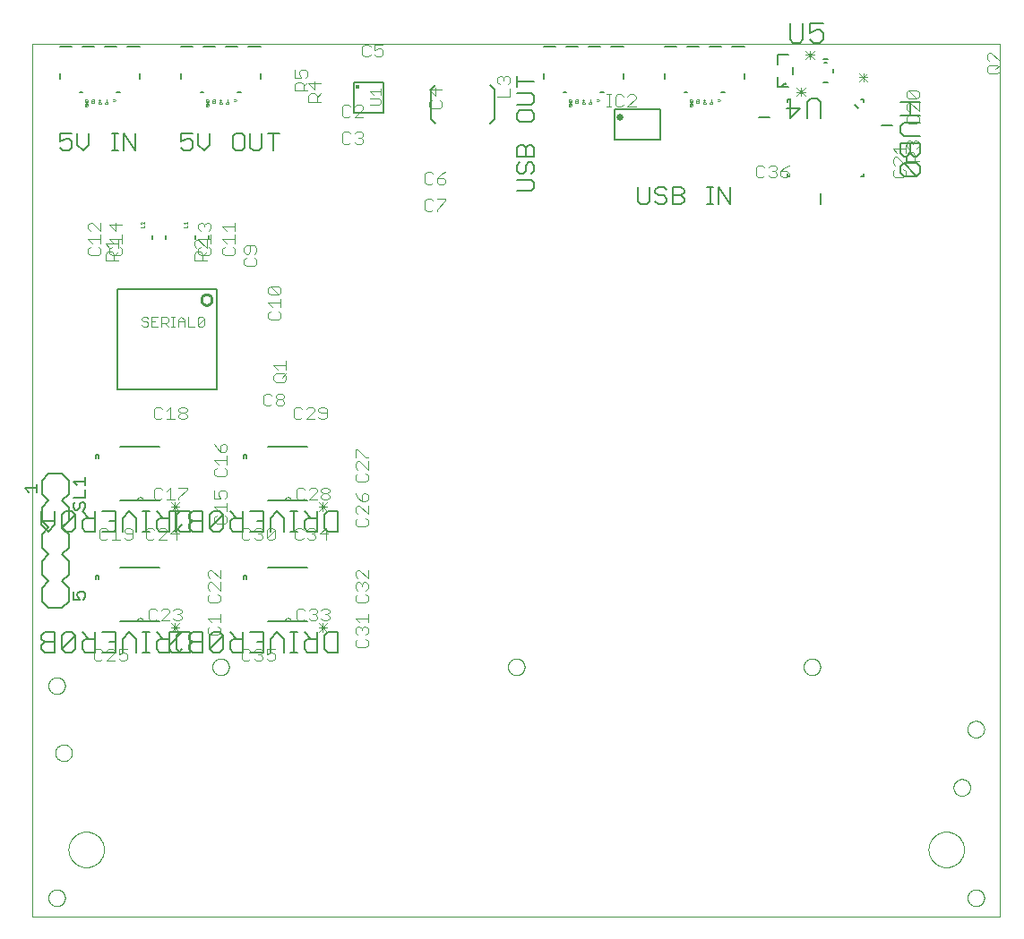
<source format=gto>
G75*
%MOIN*%
%OFA0B0*%
%FSLAX25Y25*%
%IPPOS*%
%LPD*%
%AMOC8*
5,1,8,0,0,1.08239X$1,22.5*
%
%ADD10C,0.00000*%
%ADD11C,0.00600*%
%ADD12C,0.00400*%
%ADD13C,0.00300*%
%ADD14C,0.00800*%
%ADD15C,0.02559*%
%ADD16C,0.00100*%
%ADD17C,0.00500*%
%ADD18C,0.01000*%
%ADD19C,0.01575*%
D10*
X0028765Y0001800D02*
X0028765Y0326800D01*
X0388765Y0326800D01*
X0388765Y0001800D01*
X0028765Y0001800D01*
X0034665Y0008800D02*
X0034667Y0008911D01*
X0034673Y0009022D01*
X0034683Y0009133D01*
X0034697Y0009244D01*
X0034715Y0009354D01*
X0034737Y0009463D01*
X0034762Y0009571D01*
X0034792Y0009678D01*
X0034825Y0009784D01*
X0034863Y0009889D01*
X0034904Y0009993D01*
X0034948Y0010095D01*
X0034997Y0010195D01*
X0035048Y0010293D01*
X0035104Y0010390D01*
X0035163Y0010484D01*
X0035225Y0010577D01*
X0035290Y0010667D01*
X0035359Y0010754D01*
X0035430Y0010840D01*
X0035505Y0010922D01*
X0035583Y0011002D01*
X0035663Y0011079D01*
X0035746Y0011153D01*
X0035832Y0011224D01*
X0035920Y0011291D01*
X0036011Y0011356D01*
X0036104Y0011417D01*
X0036199Y0011475D01*
X0036296Y0011530D01*
X0036395Y0011581D01*
X0036496Y0011628D01*
X0036598Y0011672D01*
X0036702Y0011712D01*
X0036807Y0011748D01*
X0036913Y0011781D01*
X0037021Y0011809D01*
X0037130Y0011834D01*
X0037239Y0011855D01*
X0037349Y0011872D01*
X0037459Y0011885D01*
X0037570Y0011894D01*
X0037682Y0011899D01*
X0037793Y0011900D01*
X0037904Y0011897D01*
X0038015Y0011890D01*
X0038126Y0011879D01*
X0038236Y0011864D01*
X0038346Y0011845D01*
X0038455Y0011822D01*
X0038563Y0011796D01*
X0038670Y0011765D01*
X0038776Y0011731D01*
X0038880Y0011692D01*
X0038983Y0011651D01*
X0039085Y0011605D01*
X0039185Y0011556D01*
X0039283Y0011503D01*
X0039379Y0011447D01*
X0039473Y0011387D01*
X0039565Y0011324D01*
X0039654Y0011258D01*
X0039741Y0011189D01*
X0039825Y0011116D01*
X0039907Y0011041D01*
X0039986Y0010962D01*
X0040063Y0010881D01*
X0040136Y0010797D01*
X0040206Y0010711D01*
X0040273Y0010622D01*
X0040337Y0010531D01*
X0040397Y0010438D01*
X0040454Y0010342D01*
X0040508Y0010244D01*
X0040558Y0010145D01*
X0040604Y0010044D01*
X0040647Y0009941D01*
X0040686Y0009837D01*
X0040722Y0009731D01*
X0040753Y0009625D01*
X0040781Y0009517D01*
X0040805Y0009408D01*
X0040825Y0009299D01*
X0040841Y0009189D01*
X0040853Y0009078D01*
X0040861Y0008967D01*
X0040865Y0008856D01*
X0040865Y0008744D01*
X0040861Y0008633D01*
X0040853Y0008522D01*
X0040841Y0008411D01*
X0040825Y0008301D01*
X0040805Y0008192D01*
X0040781Y0008083D01*
X0040753Y0007975D01*
X0040722Y0007869D01*
X0040686Y0007763D01*
X0040647Y0007659D01*
X0040604Y0007556D01*
X0040558Y0007455D01*
X0040508Y0007356D01*
X0040454Y0007258D01*
X0040397Y0007162D01*
X0040337Y0007069D01*
X0040273Y0006978D01*
X0040206Y0006889D01*
X0040136Y0006803D01*
X0040063Y0006719D01*
X0039986Y0006638D01*
X0039907Y0006559D01*
X0039825Y0006484D01*
X0039741Y0006411D01*
X0039654Y0006342D01*
X0039565Y0006276D01*
X0039473Y0006213D01*
X0039379Y0006153D01*
X0039283Y0006097D01*
X0039185Y0006044D01*
X0039085Y0005995D01*
X0038983Y0005949D01*
X0038880Y0005908D01*
X0038776Y0005869D01*
X0038670Y0005835D01*
X0038563Y0005804D01*
X0038455Y0005778D01*
X0038346Y0005755D01*
X0038236Y0005736D01*
X0038126Y0005721D01*
X0038015Y0005710D01*
X0037904Y0005703D01*
X0037793Y0005700D01*
X0037682Y0005701D01*
X0037570Y0005706D01*
X0037459Y0005715D01*
X0037349Y0005728D01*
X0037239Y0005745D01*
X0037130Y0005766D01*
X0037021Y0005791D01*
X0036913Y0005819D01*
X0036807Y0005852D01*
X0036702Y0005888D01*
X0036598Y0005928D01*
X0036496Y0005972D01*
X0036395Y0006019D01*
X0036296Y0006070D01*
X0036199Y0006125D01*
X0036104Y0006183D01*
X0036011Y0006244D01*
X0035920Y0006309D01*
X0035832Y0006376D01*
X0035746Y0006447D01*
X0035663Y0006521D01*
X0035583Y0006598D01*
X0035505Y0006678D01*
X0035430Y0006760D01*
X0035359Y0006846D01*
X0035290Y0006933D01*
X0035225Y0007023D01*
X0035163Y0007116D01*
X0035104Y0007210D01*
X0035048Y0007307D01*
X0034997Y0007405D01*
X0034948Y0007505D01*
X0034904Y0007607D01*
X0034863Y0007711D01*
X0034825Y0007816D01*
X0034792Y0007922D01*
X0034762Y0008029D01*
X0034737Y0008137D01*
X0034715Y0008246D01*
X0034697Y0008356D01*
X0034683Y0008467D01*
X0034673Y0008578D01*
X0034667Y0008689D01*
X0034665Y0008800D01*
X0042165Y0026800D02*
X0042167Y0026962D01*
X0042173Y0027124D01*
X0042183Y0027286D01*
X0042197Y0027447D01*
X0042215Y0027608D01*
X0042236Y0027768D01*
X0042262Y0027928D01*
X0042292Y0028088D01*
X0042325Y0028246D01*
X0042363Y0028404D01*
X0042404Y0028560D01*
X0042449Y0028716D01*
X0042498Y0028870D01*
X0042551Y0029023D01*
X0042607Y0029175D01*
X0042667Y0029326D01*
X0042731Y0029475D01*
X0042799Y0029622D01*
X0042870Y0029767D01*
X0042944Y0029911D01*
X0043022Y0030053D01*
X0043104Y0030193D01*
X0043189Y0030331D01*
X0043277Y0030467D01*
X0043369Y0030600D01*
X0043464Y0030732D01*
X0043562Y0030861D01*
X0043663Y0030987D01*
X0043767Y0031111D01*
X0043875Y0031232D01*
X0043985Y0031351D01*
X0044098Y0031467D01*
X0044214Y0031580D01*
X0044333Y0031690D01*
X0044454Y0031798D01*
X0044578Y0031902D01*
X0044704Y0032003D01*
X0044833Y0032101D01*
X0044965Y0032196D01*
X0045098Y0032288D01*
X0045234Y0032376D01*
X0045372Y0032461D01*
X0045512Y0032543D01*
X0045654Y0032621D01*
X0045798Y0032695D01*
X0045943Y0032766D01*
X0046090Y0032834D01*
X0046239Y0032898D01*
X0046390Y0032958D01*
X0046542Y0033014D01*
X0046695Y0033067D01*
X0046849Y0033116D01*
X0047005Y0033161D01*
X0047161Y0033202D01*
X0047319Y0033240D01*
X0047477Y0033273D01*
X0047637Y0033303D01*
X0047797Y0033329D01*
X0047957Y0033350D01*
X0048118Y0033368D01*
X0048279Y0033382D01*
X0048441Y0033392D01*
X0048603Y0033398D01*
X0048765Y0033400D01*
X0048927Y0033398D01*
X0049089Y0033392D01*
X0049251Y0033382D01*
X0049412Y0033368D01*
X0049573Y0033350D01*
X0049733Y0033329D01*
X0049893Y0033303D01*
X0050053Y0033273D01*
X0050211Y0033240D01*
X0050369Y0033202D01*
X0050525Y0033161D01*
X0050681Y0033116D01*
X0050835Y0033067D01*
X0050988Y0033014D01*
X0051140Y0032958D01*
X0051291Y0032898D01*
X0051440Y0032834D01*
X0051587Y0032766D01*
X0051732Y0032695D01*
X0051876Y0032621D01*
X0052018Y0032543D01*
X0052158Y0032461D01*
X0052296Y0032376D01*
X0052432Y0032288D01*
X0052565Y0032196D01*
X0052697Y0032101D01*
X0052826Y0032003D01*
X0052952Y0031902D01*
X0053076Y0031798D01*
X0053197Y0031690D01*
X0053316Y0031580D01*
X0053432Y0031467D01*
X0053545Y0031351D01*
X0053655Y0031232D01*
X0053763Y0031111D01*
X0053867Y0030987D01*
X0053968Y0030861D01*
X0054066Y0030732D01*
X0054161Y0030600D01*
X0054253Y0030467D01*
X0054341Y0030331D01*
X0054426Y0030193D01*
X0054508Y0030053D01*
X0054586Y0029911D01*
X0054660Y0029767D01*
X0054731Y0029622D01*
X0054799Y0029475D01*
X0054863Y0029326D01*
X0054923Y0029175D01*
X0054979Y0029023D01*
X0055032Y0028870D01*
X0055081Y0028716D01*
X0055126Y0028560D01*
X0055167Y0028404D01*
X0055205Y0028246D01*
X0055238Y0028088D01*
X0055268Y0027928D01*
X0055294Y0027768D01*
X0055315Y0027608D01*
X0055333Y0027447D01*
X0055347Y0027286D01*
X0055357Y0027124D01*
X0055363Y0026962D01*
X0055365Y0026800D01*
X0055363Y0026638D01*
X0055357Y0026476D01*
X0055347Y0026314D01*
X0055333Y0026153D01*
X0055315Y0025992D01*
X0055294Y0025832D01*
X0055268Y0025672D01*
X0055238Y0025512D01*
X0055205Y0025354D01*
X0055167Y0025196D01*
X0055126Y0025040D01*
X0055081Y0024884D01*
X0055032Y0024730D01*
X0054979Y0024577D01*
X0054923Y0024425D01*
X0054863Y0024274D01*
X0054799Y0024125D01*
X0054731Y0023978D01*
X0054660Y0023833D01*
X0054586Y0023689D01*
X0054508Y0023547D01*
X0054426Y0023407D01*
X0054341Y0023269D01*
X0054253Y0023133D01*
X0054161Y0023000D01*
X0054066Y0022868D01*
X0053968Y0022739D01*
X0053867Y0022613D01*
X0053763Y0022489D01*
X0053655Y0022368D01*
X0053545Y0022249D01*
X0053432Y0022133D01*
X0053316Y0022020D01*
X0053197Y0021910D01*
X0053076Y0021802D01*
X0052952Y0021698D01*
X0052826Y0021597D01*
X0052697Y0021499D01*
X0052565Y0021404D01*
X0052432Y0021312D01*
X0052296Y0021224D01*
X0052158Y0021139D01*
X0052018Y0021057D01*
X0051876Y0020979D01*
X0051732Y0020905D01*
X0051587Y0020834D01*
X0051440Y0020766D01*
X0051291Y0020702D01*
X0051140Y0020642D01*
X0050988Y0020586D01*
X0050835Y0020533D01*
X0050681Y0020484D01*
X0050525Y0020439D01*
X0050369Y0020398D01*
X0050211Y0020360D01*
X0050053Y0020327D01*
X0049893Y0020297D01*
X0049733Y0020271D01*
X0049573Y0020250D01*
X0049412Y0020232D01*
X0049251Y0020218D01*
X0049089Y0020208D01*
X0048927Y0020202D01*
X0048765Y0020200D01*
X0048603Y0020202D01*
X0048441Y0020208D01*
X0048279Y0020218D01*
X0048118Y0020232D01*
X0047957Y0020250D01*
X0047797Y0020271D01*
X0047637Y0020297D01*
X0047477Y0020327D01*
X0047319Y0020360D01*
X0047161Y0020398D01*
X0047005Y0020439D01*
X0046849Y0020484D01*
X0046695Y0020533D01*
X0046542Y0020586D01*
X0046390Y0020642D01*
X0046239Y0020702D01*
X0046090Y0020766D01*
X0045943Y0020834D01*
X0045798Y0020905D01*
X0045654Y0020979D01*
X0045512Y0021057D01*
X0045372Y0021139D01*
X0045234Y0021224D01*
X0045098Y0021312D01*
X0044965Y0021404D01*
X0044833Y0021499D01*
X0044704Y0021597D01*
X0044578Y0021698D01*
X0044454Y0021802D01*
X0044333Y0021910D01*
X0044214Y0022020D01*
X0044098Y0022133D01*
X0043985Y0022249D01*
X0043875Y0022368D01*
X0043767Y0022489D01*
X0043663Y0022613D01*
X0043562Y0022739D01*
X0043464Y0022868D01*
X0043369Y0023000D01*
X0043277Y0023133D01*
X0043189Y0023269D01*
X0043104Y0023407D01*
X0043022Y0023547D01*
X0042944Y0023689D01*
X0042870Y0023833D01*
X0042799Y0023978D01*
X0042731Y0024125D01*
X0042667Y0024274D01*
X0042607Y0024425D01*
X0042551Y0024577D01*
X0042498Y0024730D01*
X0042449Y0024884D01*
X0042404Y0025040D01*
X0042363Y0025196D01*
X0042325Y0025354D01*
X0042292Y0025512D01*
X0042262Y0025672D01*
X0042236Y0025832D01*
X0042215Y0025992D01*
X0042197Y0026153D01*
X0042183Y0026314D01*
X0042173Y0026476D01*
X0042167Y0026638D01*
X0042165Y0026800D01*
X0037265Y0062800D02*
X0037267Y0062911D01*
X0037273Y0063022D01*
X0037283Y0063133D01*
X0037297Y0063244D01*
X0037315Y0063354D01*
X0037337Y0063463D01*
X0037362Y0063571D01*
X0037392Y0063678D01*
X0037425Y0063784D01*
X0037463Y0063889D01*
X0037504Y0063993D01*
X0037548Y0064095D01*
X0037597Y0064195D01*
X0037648Y0064293D01*
X0037704Y0064390D01*
X0037763Y0064484D01*
X0037825Y0064577D01*
X0037890Y0064667D01*
X0037959Y0064754D01*
X0038030Y0064840D01*
X0038105Y0064922D01*
X0038183Y0065002D01*
X0038263Y0065079D01*
X0038346Y0065153D01*
X0038432Y0065224D01*
X0038520Y0065291D01*
X0038611Y0065356D01*
X0038704Y0065417D01*
X0038799Y0065475D01*
X0038896Y0065530D01*
X0038995Y0065581D01*
X0039096Y0065628D01*
X0039198Y0065672D01*
X0039302Y0065712D01*
X0039407Y0065748D01*
X0039513Y0065781D01*
X0039621Y0065809D01*
X0039730Y0065834D01*
X0039839Y0065855D01*
X0039949Y0065872D01*
X0040059Y0065885D01*
X0040170Y0065894D01*
X0040282Y0065899D01*
X0040393Y0065900D01*
X0040504Y0065897D01*
X0040615Y0065890D01*
X0040726Y0065879D01*
X0040836Y0065864D01*
X0040946Y0065845D01*
X0041055Y0065822D01*
X0041163Y0065796D01*
X0041270Y0065765D01*
X0041376Y0065731D01*
X0041480Y0065692D01*
X0041583Y0065651D01*
X0041685Y0065605D01*
X0041785Y0065556D01*
X0041883Y0065503D01*
X0041979Y0065447D01*
X0042073Y0065387D01*
X0042165Y0065324D01*
X0042254Y0065258D01*
X0042341Y0065189D01*
X0042425Y0065116D01*
X0042507Y0065041D01*
X0042586Y0064962D01*
X0042663Y0064881D01*
X0042736Y0064797D01*
X0042806Y0064711D01*
X0042873Y0064622D01*
X0042937Y0064531D01*
X0042997Y0064438D01*
X0043054Y0064342D01*
X0043108Y0064244D01*
X0043158Y0064145D01*
X0043204Y0064044D01*
X0043247Y0063941D01*
X0043286Y0063837D01*
X0043322Y0063731D01*
X0043353Y0063625D01*
X0043381Y0063517D01*
X0043405Y0063408D01*
X0043425Y0063299D01*
X0043441Y0063189D01*
X0043453Y0063078D01*
X0043461Y0062967D01*
X0043465Y0062856D01*
X0043465Y0062744D01*
X0043461Y0062633D01*
X0043453Y0062522D01*
X0043441Y0062411D01*
X0043425Y0062301D01*
X0043405Y0062192D01*
X0043381Y0062083D01*
X0043353Y0061975D01*
X0043322Y0061869D01*
X0043286Y0061763D01*
X0043247Y0061659D01*
X0043204Y0061556D01*
X0043158Y0061455D01*
X0043108Y0061356D01*
X0043054Y0061258D01*
X0042997Y0061162D01*
X0042937Y0061069D01*
X0042873Y0060978D01*
X0042806Y0060889D01*
X0042736Y0060803D01*
X0042663Y0060719D01*
X0042586Y0060638D01*
X0042507Y0060559D01*
X0042425Y0060484D01*
X0042341Y0060411D01*
X0042254Y0060342D01*
X0042165Y0060276D01*
X0042073Y0060213D01*
X0041979Y0060153D01*
X0041883Y0060097D01*
X0041785Y0060044D01*
X0041685Y0059995D01*
X0041583Y0059949D01*
X0041480Y0059908D01*
X0041376Y0059869D01*
X0041270Y0059835D01*
X0041163Y0059804D01*
X0041055Y0059778D01*
X0040946Y0059755D01*
X0040836Y0059736D01*
X0040726Y0059721D01*
X0040615Y0059710D01*
X0040504Y0059703D01*
X0040393Y0059700D01*
X0040282Y0059701D01*
X0040170Y0059706D01*
X0040059Y0059715D01*
X0039949Y0059728D01*
X0039839Y0059745D01*
X0039730Y0059766D01*
X0039621Y0059791D01*
X0039513Y0059819D01*
X0039407Y0059852D01*
X0039302Y0059888D01*
X0039198Y0059928D01*
X0039096Y0059972D01*
X0038995Y0060019D01*
X0038896Y0060070D01*
X0038799Y0060125D01*
X0038704Y0060183D01*
X0038611Y0060244D01*
X0038520Y0060309D01*
X0038432Y0060376D01*
X0038346Y0060447D01*
X0038263Y0060521D01*
X0038183Y0060598D01*
X0038105Y0060678D01*
X0038030Y0060760D01*
X0037959Y0060846D01*
X0037890Y0060933D01*
X0037825Y0061023D01*
X0037763Y0061116D01*
X0037704Y0061210D01*
X0037648Y0061307D01*
X0037597Y0061405D01*
X0037548Y0061505D01*
X0037504Y0061607D01*
X0037463Y0061711D01*
X0037425Y0061816D01*
X0037392Y0061922D01*
X0037362Y0062029D01*
X0037337Y0062137D01*
X0037315Y0062246D01*
X0037297Y0062356D01*
X0037283Y0062467D01*
X0037273Y0062578D01*
X0037267Y0062689D01*
X0037265Y0062800D01*
X0034665Y0087800D02*
X0034667Y0087911D01*
X0034673Y0088022D01*
X0034683Y0088133D01*
X0034697Y0088244D01*
X0034715Y0088354D01*
X0034737Y0088463D01*
X0034762Y0088571D01*
X0034792Y0088678D01*
X0034825Y0088784D01*
X0034863Y0088889D01*
X0034904Y0088993D01*
X0034948Y0089095D01*
X0034997Y0089195D01*
X0035048Y0089293D01*
X0035104Y0089390D01*
X0035163Y0089484D01*
X0035225Y0089577D01*
X0035290Y0089667D01*
X0035359Y0089754D01*
X0035430Y0089840D01*
X0035505Y0089922D01*
X0035583Y0090002D01*
X0035663Y0090079D01*
X0035746Y0090153D01*
X0035832Y0090224D01*
X0035920Y0090291D01*
X0036011Y0090356D01*
X0036104Y0090417D01*
X0036199Y0090475D01*
X0036296Y0090530D01*
X0036395Y0090581D01*
X0036496Y0090628D01*
X0036598Y0090672D01*
X0036702Y0090712D01*
X0036807Y0090748D01*
X0036913Y0090781D01*
X0037021Y0090809D01*
X0037130Y0090834D01*
X0037239Y0090855D01*
X0037349Y0090872D01*
X0037459Y0090885D01*
X0037570Y0090894D01*
X0037682Y0090899D01*
X0037793Y0090900D01*
X0037904Y0090897D01*
X0038015Y0090890D01*
X0038126Y0090879D01*
X0038236Y0090864D01*
X0038346Y0090845D01*
X0038455Y0090822D01*
X0038563Y0090796D01*
X0038670Y0090765D01*
X0038776Y0090731D01*
X0038880Y0090692D01*
X0038983Y0090651D01*
X0039085Y0090605D01*
X0039185Y0090556D01*
X0039283Y0090503D01*
X0039379Y0090447D01*
X0039473Y0090387D01*
X0039565Y0090324D01*
X0039654Y0090258D01*
X0039741Y0090189D01*
X0039825Y0090116D01*
X0039907Y0090041D01*
X0039986Y0089962D01*
X0040063Y0089881D01*
X0040136Y0089797D01*
X0040206Y0089711D01*
X0040273Y0089622D01*
X0040337Y0089531D01*
X0040397Y0089438D01*
X0040454Y0089342D01*
X0040508Y0089244D01*
X0040558Y0089145D01*
X0040604Y0089044D01*
X0040647Y0088941D01*
X0040686Y0088837D01*
X0040722Y0088731D01*
X0040753Y0088625D01*
X0040781Y0088517D01*
X0040805Y0088408D01*
X0040825Y0088299D01*
X0040841Y0088189D01*
X0040853Y0088078D01*
X0040861Y0087967D01*
X0040865Y0087856D01*
X0040865Y0087744D01*
X0040861Y0087633D01*
X0040853Y0087522D01*
X0040841Y0087411D01*
X0040825Y0087301D01*
X0040805Y0087192D01*
X0040781Y0087083D01*
X0040753Y0086975D01*
X0040722Y0086869D01*
X0040686Y0086763D01*
X0040647Y0086659D01*
X0040604Y0086556D01*
X0040558Y0086455D01*
X0040508Y0086356D01*
X0040454Y0086258D01*
X0040397Y0086162D01*
X0040337Y0086069D01*
X0040273Y0085978D01*
X0040206Y0085889D01*
X0040136Y0085803D01*
X0040063Y0085719D01*
X0039986Y0085638D01*
X0039907Y0085559D01*
X0039825Y0085484D01*
X0039741Y0085411D01*
X0039654Y0085342D01*
X0039565Y0085276D01*
X0039473Y0085213D01*
X0039379Y0085153D01*
X0039283Y0085097D01*
X0039185Y0085044D01*
X0039085Y0084995D01*
X0038983Y0084949D01*
X0038880Y0084908D01*
X0038776Y0084869D01*
X0038670Y0084835D01*
X0038563Y0084804D01*
X0038455Y0084778D01*
X0038346Y0084755D01*
X0038236Y0084736D01*
X0038126Y0084721D01*
X0038015Y0084710D01*
X0037904Y0084703D01*
X0037793Y0084700D01*
X0037682Y0084701D01*
X0037570Y0084706D01*
X0037459Y0084715D01*
X0037349Y0084728D01*
X0037239Y0084745D01*
X0037130Y0084766D01*
X0037021Y0084791D01*
X0036913Y0084819D01*
X0036807Y0084852D01*
X0036702Y0084888D01*
X0036598Y0084928D01*
X0036496Y0084972D01*
X0036395Y0085019D01*
X0036296Y0085070D01*
X0036199Y0085125D01*
X0036104Y0085183D01*
X0036011Y0085244D01*
X0035920Y0085309D01*
X0035832Y0085376D01*
X0035746Y0085447D01*
X0035663Y0085521D01*
X0035583Y0085598D01*
X0035505Y0085678D01*
X0035430Y0085760D01*
X0035359Y0085846D01*
X0035290Y0085933D01*
X0035225Y0086023D01*
X0035163Y0086116D01*
X0035104Y0086210D01*
X0035048Y0086307D01*
X0034997Y0086405D01*
X0034948Y0086505D01*
X0034904Y0086607D01*
X0034863Y0086711D01*
X0034825Y0086816D01*
X0034792Y0086922D01*
X0034762Y0087029D01*
X0034737Y0087137D01*
X0034715Y0087246D01*
X0034697Y0087356D01*
X0034683Y0087467D01*
X0034673Y0087578D01*
X0034667Y0087689D01*
X0034665Y0087800D01*
X0067565Y0111800D02*
X0067567Y0111869D01*
X0067573Y0111937D01*
X0067583Y0112005D01*
X0067596Y0112072D01*
X0067614Y0112138D01*
X0067635Y0112203D01*
X0067660Y0112267D01*
X0067688Y0112329D01*
X0067720Y0112390D01*
X0067755Y0112449D01*
X0067794Y0112505D01*
X0067836Y0112560D01*
X0067881Y0112611D01*
X0067929Y0112661D01*
X0067979Y0112707D01*
X0068032Y0112750D01*
X0068088Y0112791D01*
X0068145Y0112828D01*
X0068205Y0112861D01*
X0068267Y0112892D01*
X0068330Y0112918D01*
X0068394Y0112941D01*
X0068460Y0112961D01*
X0068527Y0112976D01*
X0068594Y0112988D01*
X0068662Y0112996D01*
X0068731Y0113000D01*
X0068799Y0113000D01*
X0068868Y0112996D01*
X0068936Y0112988D01*
X0069003Y0112976D01*
X0069070Y0112961D01*
X0069136Y0112941D01*
X0069200Y0112918D01*
X0069263Y0112892D01*
X0069325Y0112861D01*
X0069385Y0112828D01*
X0069442Y0112791D01*
X0069498Y0112750D01*
X0069551Y0112707D01*
X0069601Y0112661D01*
X0069649Y0112611D01*
X0069694Y0112560D01*
X0069736Y0112505D01*
X0069775Y0112449D01*
X0069810Y0112390D01*
X0069842Y0112329D01*
X0069870Y0112267D01*
X0069895Y0112203D01*
X0069916Y0112138D01*
X0069934Y0112072D01*
X0069947Y0112005D01*
X0069957Y0111937D01*
X0069963Y0111869D01*
X0069965Y0111800D01*
X0095665Y0094800D02*
X0095667Y0094911D01*
X0095673Y0095022D01*
X0095683Y0095133D01*
X0095697Y0095244D01*
X0095715Y0095354D01*
X0095737Y0095463D01*
X0095762Y0095571D01*
X0095792Y0095678D01*
X0095825Y0095784D01*
X0095863Y0095889D01*
X0095904Y0095993D01*
X0095948Y0096095D01*
X0095997Y0096195D01*
X0096048Y0096293D01*
X0096104Y0096390D01*
X0096163Y0096484D01*
X0096225Y0096577D01*
X0096290Y0096667D01*
X0096359Y0096754D01*
X0096430Y0096840D01*
X0096505Y0096922D01*
X0096583Y0097002D01*
X0096663Y0097079D01*
X0096746Y0097153D01*
X0096832Y0097224D01*
X0096920Y0097291D01*
X0097011Y0097356D01*
X0097104Y0097417D01*
X0097199Y0097475D01*
X0097296Y0097530D01*
X0097395Y0097581D01*
X0097496Y0097628D01*
X0097598Y0097672D01*
X0097702Y0097712D01*
X0097807Y0097748D01*
X0097913Y0097781D01*
X0098021Y0097809D01*
X0098130Y0097834D01*
X0098239Y0097855D01*
X0098349Y0097872D01*
X0098459Y0097885D01*
X0098570Y0097894D01*
X0098682Y0097899D01*
X0098793Y0097900D01*
X0098904Y0097897D01*
X0099015Y0097890D01*
X0099126Y0097879D01*
X0099236Y0097864D01*
X0099346Y0097845D01*
X0099455Y0097822D01*
X0099563Y0097796D01*
X0099670Y0097765D01*
X0099776Y0097731D01*
X0099880Y0097692D01*
X0099983Y0097651D01*
X0100085Y0097605D01*
X0100185Y0097556D01*
X0100283Y0097503D01*
X0100379Y0097447D01*
X0100473Y0097387D01*
X0100565Y0097324D01*
X0100654Y0097258D01*
X0100741Y0097189D01*
X0100825Y0097116D01*
X0100907Y0097041D01*
X0100986Y0096962D01*
X0101063Y0096881D01*
X0101136Y0096797D01*
X0101206Y0096711D01*
X0101273Y0096622D01*
X0101337Y0096531D01*
X0101397Y0096438D01*
X0101454Y0096342D01*
X0101508Y0096244D01*
X0101558Y0096145D01*
X0101604Y0096044D01*
X0101647Y0095941D01*
X0101686Y0095837D01*
X0101722Y0095731D01*
X0101753Y0095625D01*
X0101781Y0095517D01*
X0101805Y0095408D01*
X0101825Y0095299D01*
X0101841Y0095189D01*
X0101853Y0095078D01*
X0101861Y0094967D01*
X0101865Y0094856D01*
X0101865Y0094744D01*
X0101861Y0094633D01*
X0101853Y0094522D01*
X0101841Y0094411D01*
X0101825Y0094301D01*
X0101805Y0094192D01*
X0101781Y0094083D01*
X0101753Y0093975D01*
X0101722Y0093869D01*
X0101686Y0093763D01*
X0101647Y0093659D01*
X0101604Y0093556D01*
X0101558Y0093455D01*
X0101508Y0093356D01*
X0101454Y0093258D01*
X0101397Y0093162D01*
X0101337Y0093069D01*
X0101273Y0092978D01*
X0101206Y0092889D01*
X0101136Y0092803D01*
X0101063Y0092719D01*
X0100986Y0092638D01*
X0100907Y0092559D01*
X0100825Y0092484D01*
X0100741Y0092411D01*
X0100654Y0092342D01*
X0100565Y0092276D01*
X0100473Y0092213D01*
X0100379Y0092153D01*
X0100283Y0092097D01*
X0100185Y0092044D01*
X0100085Y0091995D01*
X0099983Y0091949D01*
X0099880Y0091908D01*
X0099776Y0091869D01*
X0099670Y0091835D01*
X0099563Y0091804D01*
X0099455Y0091778D01*
X0099346Y0091755D01*
X0099236Y0091736D01*
X0099126Y0091721D01*
X0099015Y0091710D01*
X0098904Y0091703D01*
X0098793Y0091700D01*
X0098682Y0091701D01*
X0098570Y0091706D01*
X0098459Y0091715D01*
X0098349Y0091728D01*
X0098239Y0091745D01*
X0098130Y0091766D01*
X0098021Y0091791D01*
X0097913Y0091819D01*
X0097807Y0091852D01*
X0097702Y0091888D01*
X0097598Y0091928D01*
X0097496Y0091972D01*
X0097395Y0092019D01*
X0097296Y0092070D01*
X0097199Y0092125D01*
X0097104Y0092183D01*
X0097011Y0092244D01*
X0096920Y0092309D01*
X0096832Y0092376D01*
X0096746Y0092447D01*
X0096663Y0092521D01*
X0096583Y0092598D01*
X0096505Y0092678D01*
X0096430Y0092760D01*
X0096359Y0092846D01*
X0096290Y0092933D01*
X0096225Y0093023D01*
X0096163Y0093116D01*
X0096104Y0093210D01*
X0096048Y0093307D01*
X0095997Y0093405D01*
X0095948Y0093505D01*
X0095904Y0093607D01*
X0095863Y0093711D01*
X0095825Y0093816D01*
X0095792Y0093922D01*
X0095762Y0094029D01*
X0095737Y0094137D01*
X0095715Y0094246D01*
X0095697Y0094356D01*
X0095683Y0094467D01*
X0095673Y0094578D01*
X0095667Y0094689D01*
X0095665Y0094800D01*
X0122565Y0111800D02*
X0122567Y0111869D01*
X0122573Y0111937D01*
X0122583Y0112005D01*
X0122596Y0112072D01*
X0122614Y0112138D01*
X0122635Y0112203D01*
X0122660Y0112267D01*
X0122688Y0112329D01*
X0122720Y0112390D01*
X0122755Y0112449D01*
X0122794Y0112505D01*
X0122836Y0112560D01*
X0122881Y0112611D01*
X0122929Y0112661D01*
X0122979Y0112707D01*
X0123032Y0112750D01*
X0123088Y0112791D01*
X0123145Y0112828D01*
X0123205Y0112861D01*
X0123267Y0112892D01*
X0123330Y0112918D01*
X0123394Y0112941D01*
X0123460Y0112961D01*
X0123527Y0112976D01*
X0123594Y0112988D01*
X0123662Y0112996D01*
X0123731Y0113000D01*
X0123799Y0113000D01*
X0123868Y0112996D01*
X0123936Y0112988D01*
X0124003Y0112976D01*
X0124070Y0112961D01*
X0124136Y0112941D01*
X0124200Y0112918D01*
X0124263Y0112892D01*
X0124325Y0112861D01*
X0124385Y0112828D01*
X0124442Y0112791D01*
X0124498Y0112750D01*
X0124551Y0112707D01*
X0124601Y0112661D01*
X0124649Y0112611D01*
X0124694Y0112560D01*
X0124736Y0112505D01*
X0124775Y0112449D01*
X0124810Y0112390D01*
X0124842Y0112329D01*
X0124870Y0112267D01*
X0124895Y0112203D01*
X0124916Y0112138D01*
X0124934Y0112072D01*
X0124947Y0112005D01*
X0124957Y0111937D01*
X0124963Y0111869D01*
X0124965Y0111800D01*
X0124965Y0156800D02*
X0124963Y0156869D01*
X0124957Y0156937D01*
X0124947Y0157005D01*
X0124934Y0157072D01*
X0124916Y0157138D01*
X0124895Y0157203D01*
X0124870Y0157267D01*
X0124842Y0157329D01*
X0124810Y0157390D01*
X0124775Y0157449D01*
X0124736Y0157505D01*
X0124694Y0157560D01*
X0124649Y0157611D01*
X0124601Y0157661D01*
X0124551Y0157707D01*
X0124498Y0157750D01*
X0124442Y0157791D01*
X0124385Y0157828D01*
X0124325Y0157861D01*
X0124263Y0157892D01*
X0124200Y0157918D01*
X0124136Y0157941D01*
X0124070Y0157961D01*
X0124003Y0157976D01*
X0123936Y0157988D01*
X0123868Y0157996D01*
X0123799Y0158000D01*
X0123731Y0158000D01*
X0123662Y0157996D01*
X0123594Y0157988D01*
X0123527Y0157976D01*
X0123460Y0157961D01*
X0123394Y0157941D01*
X0123330Y0157918D01*
X0123267Y0157892D01*
X0123205Y0157861D01*
X0123145Y0157828D01*
X0123088Y0157791D01*
X0123032Y0157750D01*
X0122979Y0157707D01*
X0122929Y0157661D01*
X0122881Y0157611D01*
X0122836Y0157560D01*
X0122794Y0157505D01*
X0122755Y0157449D01*
X0122720Y0157390D01*
X0122688Y0157329D01*
X0122660Y0157267D01*
X0122635Y0157203D01*
X0122614Y0157138D01*
X0122596Y0157072D01*
X0122583Y0157005D01*
X0122573Y0156937D01*
X0122567Y0156869D01*
X0122565Y0156800D01*
X0069965Y0156800D02*
X0069963Y0156869D01*
X0069957Y0156937D01*
X0069947Y0157005D01*
X0069934Y0157072D01*
X0069916Y0157138D01*
X0069895Y0157203D01*
X0069870Y0157267D01*
X0069842Y0157329D01*
X0069810Y0157390D01*
X0069775Y0157449D01*
X0069736Y0157505D01*
X0069694Y0157560D01*
X0069649Y0157611D01*
X0069601Y0157661D01*
X0069551Y0157707D01*
X0069498Y0157750D01*
X0069442Y0157791D01*
X0069385Y0157828D01*
X0069325Y0157861D01*
X0069263Y0157892D01*
X0069200Y0157918D01*
X0069136Y0157941D01*
X0069070Y0157961D01*
X0069003Y0157976D01*
X0068936Y0157988D01*
X0068868Y0157996D01*
X0068799Y0158000D01*
X0068731Y0158000D01*
X0068662Y0157996D01*
X0068594Y0157988D01*
X0068527Y0157976D01*
X0068460Y0157961D01*
X0068394Y0157941D01*
X0068330Y0157918D01*
X0068267Y0157892D01*
X0068205Y0157861D01*
X0068145Y0157828D01*
X0068088Y0157791D01*
X0068032Y0157750D01*
X0067979Y0157707D01*
X0067929Y0157661D01*
X0067881Y0157611D01*
X0067836Y0157560D01*
X0067794Y0157505D01*
X0067755Y0157449D01*
X0067720Y0157390D01*
X0067688Y0157329D01*
X0067660Y0157267D01*
X0067635Y0157203D01*
X0067614Y0157138D01*
X0067596Y0157072D01*
X0067583Y0157005D01*
X0067573Y0156937D01*
X0067567Y0156869D01*
X0067565Y0156800D01*
X0205665Y0094800D02*
X0205667Y0094911D01*
X0205673Y0095022D01*
X0205683Y0095133D01*
X0205697Y0095244D01*
X0205715Y0095354D01*
X0205737Y0095463D01*
X0205762Y0095571D01*
X0205792Y0095678D01*
X0205825Y0095784D01*
X0205863Y0095889D01*
X0205904Y0095993D01*
X0205948Y0096095D01*
X0205997Y0096195D01*
X0206048Y0096293D01*
X0206104Y0096390D01*
X0206163Y0096484D01*
X0206225Y0096577D01*
X0206290Y0096667D01*
X0206359Y0096754D01*
X0206430Y0096840D01*
X0206505Y0096922D01*
X0206583Y0097002D01*
X0206663Y0097079D01*
X0206746Y0097153D01*
X0206832Y0097224D01*
X0206920Y0097291D01*
X0207011Y0097356D01*
X0207104Y0097417D01*
X0207199Y0097475D01*
X0207296Y0097530D01*
X0207395Y0097581D01*
X0207496Y0097628D01*
X0207598Y0097672D01*
X0207702Y0097712D01*
X0207807Y0097748D01*
X0207913Y0097781D01*
X0208021Y0097809D01*
X0208130Y0097834D01*
X0208239Y0097855D01*
X0208349Y0097872D01*
X0208459Y0097885D01*
X0208570Y0097894D01*
X0208682Y0097899D01*
X0208793Y0097900D01*
X0208904Y0097897D01*
X0209015Y0097890D01*
X0209126Y0097879D01*
X0209236Y0097864D01*
X0209346Y0097845D01*
X0209455Y0097822D01*
X0209563Y0097796D01*
X0209670Y0097765D01*
X0209776Y0097731D01*
X0209880Y0097692D01*
X0209983Y0097651D01*
X0210085Y0097605D01*
X0210185Y0097556D01*
X0210283Y0097503D01*
X0210379Y0097447D01*
X0210473Y0097387D01*
X0210565Y0097324D01*
X0210654Y0097258D01*
X0210741Y0097189D01*
X0210825Y0097116D01*
X0210907Y0097041D01*
X0210986Y0096962D01*
X0211063Y0096881D01*
X0211136Y0096797D01*
X0211206Y0096711D01*
X0211273Y0096622D01*
X0211337Y0096531D01*
X0211397Y0096438D01*
X0211454Y0096342D01*
X0211508Y0096244D01*
X0211558Y0096145D01*
X0211604Y0096044D01*
X0211647Y0095941D01*
X0211686Y0095837D01*
X0211722Y0095731D01*
X0211753Y0095625D01*
X0211781Y0095517D01*
X0211805Y0095408D01*
X0211825Y0095299D01*
X0211841Y0095189D01*
X0211853Y0095078D01*
X0211861Y0094967D01*
X0211865Y0094856D01*
X0211865Y0094744D01*
X0211861Y0094633D01*
X0211853Y0094522D01*
X0211841Y0094411D01*
X0211825Y0094301D01*
X0211805Y0094192D01*
X0211781Y0094083D01*
X0211753Y0093975D01*
X0211722Y0093869D01*
X0211686Y0093763D01*
X0211647Y0093659D01*
X0211604Y0093556D01*
X0211558Y0093455D01*
X0211508Y0093356D01*
X0211454Y0093258D01*
X0211397Y0093162D01*
X0211337Y0093069D01*
X0211273Y0092978D01*
X0211206Y0092889D01*
X0211136Y0092803D01*
X0211063Y0092719D01*
X0210986Y0092638D01*
X0210907Y0092559D01*
X0210825Y0092484D01*
X0210741Y0092411D01*
X0210654Y0092342D01*
X0210565Y0092276D01*
X0210473Y0092213D01*
X0210379Y0092153D01*
X0210283Y0092097D01*
X0210185Y0092044D01*
X0210085Y0091995D01*
X0209983Y0091949D01*
X0209880Y0091908D01*
X0209776Y0091869D01*
X0209670Y0091835D01*
X0209563Y0091804D01*
X0209455Y0091778D01*
X0209346Y0091755D01*
X0209236Y0091736D01*
X0209126Y0091721D01*
X0209015Y0091710D01*
X0208904Y0091703D01*
X0208793Y0091700D01*
X0208682Y0091701D01*
X0208570Y0091706D01*
X0208459Y0091715D01*
X0208349Y0091728D01*
X0208239Y0091745D01*
X0208130Y0091766D01*
X0208021Y0091791D01*
X0207913Y0091819D01*
X0207807Y0091852D01*
X0207702Y0091888D01*
X0207598Y0091928D01*
X0207496Y0091972D01*
X0207395Y0092019D01*
X0207296Y0092070D01*
X0207199Y0092125D01*
X0207104Y0092183D01*
X0207011Y0092244D01*
X0206920Y0092309D01*
X0206832Y0092376D01*
X0206746Y0092447D01*
X0206663Y0092521D01*
X0206583Y0092598D01*
X0206505Y0092678D01*
X0206430Y0092760D01*
X0206359Y0092846D01*
X0206290Y0092933D01*
X0206225Y0093023D01*
X0206163Y0093116D01*
X0206104Y0093210D01*
X0206048Y0093307D01*
X0205997Y0093405D01*
X0205948Y0093505D01*
X0205904Y0093607D01*
X0205863Y0093711D01*
X0205825Y0093816D01*
X0205792Y0093922D01*
X0205762Y0094029D01*
X0205737Y0094137D01*
X0205715Y0094246D01*
X0205697Y0094356D01*
X0205683Y0094467D01*
X0205673Y0094578D01*
X0205667Y0094689D01*
X0205665Y0094800D01*
X0315665Y0094800D02*
X0315667Y0094911D01*
X0315673Y0095022D01*
X0315683Y0095133D01*
X0315697Y0095244D01*
X0315715Y0095354D01*
X0315737Y0095463D01*
X0315762Y0095571D01*
X0315792Y0095678D01*
X0315825Y0095784D01*
X0315863Y0095889D01*
X0315904Y0095993D01*
X0315948Y0096095D01*
X0315997Y0096195D01*
X0316048Y0096293D01*
X0316104Y0096390D01*
X0316163Y0096484D01*
X0316225Y0096577D01*
X0316290Y0096667D01*
X0316359Y0096754D01*
X0316430Y0096840D01*
X0316505Y0096922D01*
X0316583Y0097002D01*
X0316663Y0097079D01*
X0316746Y0097153D01*
X0316832Y0097224D01*
X0316920Y0097291D01*
X0317011Y0097356D01*
X0317104Y0097417D01*
X0317199Y0097475D01*
X0317296Y0097530D01*
X0317395Y0097581D01*
X0317496Y0097628D01*
X0317598Y0097672D01*
X0317702Y0097712D01*
X0317807Y0097748D01*
X0317913Y0097781D01*
X0318021Y0097809D01*
X0318130Y0097834D01*
X0318239Y0097855D01*
X0318349Y0097872D01*
X0318459Y0097885D01*
X0318570Y0097894D01*
X0318682Y0097899D01*
X0318793Y0097900D01*
X0318904Y0097897D01*
X0319015Y0097890D01*
X0319126Y0097879D01*
X0319236Y0097864D01*
X0319346Y0097845D01*
X0319455Y0097822D01*
X0319563Y0097796D01*
X0319670Y0097765D01*
X0319776Y0097731D01*
X0319880Y0097692D01*
X0319983Y0097651D01*
X0320085Y0097605D01*
X0320185Y0097556D01*
X0320283Y0097503D01*
X0320379Y0097447D01*
X0320473Y0097387D01*
X0320565Y0097324D01*
X0320654Y0097258D01*
X0320741Y0097189D01*
X0320825Y0097116D01*
X0320907Y0097041D01*
X0320986Y0096962D01*
X0321063Y0096881D01*
X0321136Y0096797D01*
X0321206Y0096711D01*
X0321273Y0096622D01*
X0321337Y0096531D01*
X0321397Y0096438D01*
X0321454Y0096342D01*
X0321508Y0096244D01*
X0321558Y0096145D01*
X0321604Y0096044D01*
X0321647Y0095941D01*
X0321686Y0095837D01*
X0321722Y0095731D01*
X0321753Y0095625D01*
X0321781Y0095517D01*
X0321805Y0095408D01*
X0321825Y0095299D01*
X0321841Y0095189D01*
X0321853Y0095078D01*
X0321861Y0094967D01*
X0321865Y0094856D01*
X0321865Y0094744D01*
X0321861Y0094633D01*
X0321853Y0094522D01*
X0321841Y0094411D01*
X0321825Y0094301D01*
X0321805Y0094192D01*
X0321781Y0094083D01*
X0321753Y0093975D01*
X0321722Y0093869D01*
X0321686Y0093763D01*
X0321647Y0093659D01*
X0321604Y0093556D01*
X0321558Y0093455D01*
X0321508Y0093356D01*
X0321454Y0093258D01*
X0321397Y0093162D01*
X0321337Y0093069D01*
X0321273Y0092978D01*
X0321206Y0092889D01*
X0321136Y0092803D01*
X0321063Y0092719D01*
X0320986Y0092638D01*
X0320907Y0092559D01*
X0320825Y0092484D01*
X0320741Y0092411D01*
X0320654Y0092342D01*
X0320565Y0092276D01*
X0320473Y0092213D01*
X0320379Y0092153D01*
X0320283Y0092097D01*
X0320185Y0092044D01*
X0320085Y0091995D01*
X0319983Y0091949D01*
X0319880Y0091908D01*
X0319776Y0091869D01*
X0319670Y0091835D01*
X0319563Y0091804D01*
X0319455Y0091778D01*
X0319346Y0091755D01*
X0319236Y0091736D01*
X0319126Y0091721D01*
X0319015Y0091710D01*
X0318904Y0091703D01*
X0318793Y0091700D01*
X0318682Y0091701D01*
X0318570Y0091706D01*
X0318459Y0091715D01*
X0318349Y0091728D01*
X0318239Y0091745D01*
X0318130Y0091766D01*
X0318021Y0091791D01*
X0317913Y0091819D01*
X0317807Y0091852D01*
X0317702Y0091888D01*
X0317598Y0091928D01*
X0317496Y0091972D01*
X0317395Y0092019D01*
X0317296Y0092070D01*
X0317199Y0092125D01*
X0317104Y0092183D01*
X0317011Y0092244D01*
X0316920Y0092309D01*
X0316832Y0092376D01*
X0316746Y0092447D01*
X0316663Y0092521D01*
X0316583Y0092598D01*
X0316505Y0092678D01*
X0316430Y0092760D01*
X0316359Y0092846D01*
X0316290Y0092933D01*
X0316225Y0093023D01*
X0316163Y0093116D01*
X0316104Y0093210D01*
X0316048Y0093307D01*
X0315997Y0093405D01*
X0315948Y0093505D01*
X0315904Y0093607D01*
X0315863Y0093711D01*
X0315825Y0093816D01*
X0315792Y0093922D01*
X0315762Y0094029D01*
X0315737Y0094137D01*
X0315715Y0094246D01*
X0315697Y0094356D01*
X0315683Y0094467D01*
X0315673Y0094578D01*
X0315667Y0094689D01*
X0315665Y0094800D01*
X0371465Y0049900D02*
X0371467Y0050011D01*
X0371473Y0050122D01*
X0371483Y0050233D01*
X0371497Y0050344D01*
X0371515Y0050454D01*
X0371537Y0050563D01*
X0371562Y0050671D01*
X0371592Y0050778D01*
X0371625Y0050884D01*
X0371663Y0050989D01*
X0371704Y0051093D01*
X0371748Y0051195D01*
X0371797Y0051295D01*
X0371848Y0051393D01*
X0371904Y0051490D01*
X0371963Y0051584D01*
X0372025Y0051677D01*
X0372090Y0051767D01*
X0372159Y0051854D01*
X0372230Y0051940D01*
X0372305Y0052022D01*
X0372383Y0052102D01*
X0372463Y0052179D01*
X0372546Y0052253D01*
X0372632Y0052324D01*
X0372720Y0052391D01*
X0372811Y0052456D01*
X0372904Y0052517D01*
X0372999Y0052575D01*
X0373096Y0052630D01*
X0373195Y0052681D01*
X0373296Y0052728D01*
X0373398Y0052772D01*
X0373502Y0052812D01*
X0373607Y0052848D01*
X0373713Y0052881D01*
X0373821Y0052909D01*
X0373930Y0052934D01*
X0374039Y0052955D01*
X0374149Y0052972D01*
X0374259Y0052985D01*
X0374370Y0052994D01*
X0374482Y0052999D01*
X0374593Y0053000D01*
X0374704Y0052997D01*
X0374815Y0052990D01*
X0374926Y0052979D01*
X0375036Y0052964D01*
X0375146Y0052945D01*
X0375255Y0052922D01*
X0375363Y0052896D01*
X0375470Y0052865D01*
X0375576Y0052831D01*
X0375680Y0052792D01*
X0375783Y0052751D01*
X0375885Y0052705D01*
X0375985Y0052656D01*
X0376083Y0052603D01*
X0376179Y0052547D01*
X0376273Y0052487D01*
X0376365Y0052424D01*
X0376454Y0052358D01*
X0376541Y0052289D01*
X0376625Y0052216D01*
X0376707Y0052141D01*
X0376786Y0052062D01*
X0376863Y0051981D01*
X0376936Y0051897D01*
X0377006Y0051811D01*
X0377073Y0051722D01*
X0377137Y0051631D01*
X0377197Y0051538D01*
X0377254Y0051442D01*
X0377308Y0051344D01*
X0377358Y0051245D01*
X0377404Y0051144D01*
X0377447Y0051041D01*
X0377486Y0050937D01*
X0377522Y0050831D01*
X0377553Y0050725D01*
X0377581Y0050617D01*
X0377605Y0050508D01*
X0377625Y0050399D01*
X0377641Y0050289D01*
X0377653Y0050178D01*
X0377661Y0050067D01*
X0377665Y0049956D01*
X0377665Y0049844D01*
X0377661Y0049733D01*
X0377653Y0049622D01*
X0377641Y0049511D01*
X0377625Y0049401D01*
X0377605Y0049292D01*
X0377581Y0049183D01*
X0377553Y0049075D01*
X0377522Y0048969D01*
X0377486Y0048863D01*
X0377447Y0048759D01*
X0377404Y0048656D01*
X0377358Y0048555D01*
X0377308Y0048456D01*
X0377254Y0048358D01*
X0377197Y0048262D01*
X0377137Y0048169D01*
X0377073Y0048078D01*
X0377006Y0047989D01*
X0376936Y0047903D01*
X0376863Y0047819D01*
X0376786Y0047738D01*
X0376707Y0047659D01*
X0376625Y0047584D01*
X0376541Y0047511D01*
X0376454Y0047442D01*
X0376365Y0047376D01*
X0376273Y0047313D01*
X0376179Y0047253D01*
X0376083Y0047197D01*
X0375985Y0047144D01*
X0375885Y0047095D01*
X0375783Y0047049D01*
X0375680Y0047008D01*
X0375576Y0046969D01*
X0375470Y0046935D01*
X0375363Y0046904D01*
X0375255Y0046878D01*
X0375146Y0046855D01*
X0375036Y0046836D01*
X0374926Y0046821D01*
X0374815Y0046810D01*
X0374704Y0046803D01*
X0374593Y0046800D01*
X0374482Y0046801D01*
X0374370Y0046806D01*
X0374259Y0046815D01*
X0374149Y0046828D01*
X0374039Y0046845D01*
X0373930Y0046866D01*
X0373821Y0046891D01*
X0373713Y0046919D01*
X0373607Y0046952D01*
X0373502Y0046988D01*
X0373398Y0047028D01*
X0373296Y0047072D01*
X0373195Y0047119D01*
X0373096Y0047170D01*
X0372999Y0047225D01*
X0372904Y0047283D01*
X0372811Y0047344D01*
X0372720Y0047409D01*
X0372632Y0047476D01*
X0372546Y0047547D01*
X0372463Y0047621D01*
X0372383Y0047698D01*
X0372305Y0047778D01*
X0372230Y0047860D01*
X0372159Y0047946D01*
X0372090Y0048033D01*
X0372025Y0048123D01*
X0371963Y0048216D01*
X0371904Y0048310D01*
X0371848Y0048407D01*
X0371797Y0048505D01*
X0371748Y0048605D01*
X0371704Y0048707D01*
X0371663Y0048811D01*
X0371625Y0048916D01*
X0371592Y0049022D01*
X0371562Y0049129D01*
X0371537Y0049237D01*
X0371515Y0049346D01*
X0371497Y0049456D01*
X0371483Y0049567D01*
X0371473Y0049678D01*
X0371467Y0049789D01*
X0371465Y0049900D01*
X0376665Y0071600D02*
X0376667Y0071711D01*
X0376673Y0071822D01*
X0376683Y0071933D01*
X0376697Y0072044D01*
X0376715Y0072154D01*
X0376737Y0072263D01*
X0376762Y0072371D01*
X0376792Y0072478D01*
X0376825Y0072584D01*
X0376863Y0072689D01*
X0376904Y0072793D01*
X0376948Y0072895D01*
X0376997Y0072995D01*
X0377048Y0073093D01*
X0377104Y0073190D01*
X0377163Y0073284D01*
X0377225Y0073377D01*
X0377290Y0073467D01*
X0377359Y0073554D01*
X0377430Y0073640D01*
X0377505Y0073722D01*
X0377583Y0073802D01*
X0377663Y0073879D01*
X0377746Y0073953D01*
X0377832Y0074024D01*
X0377920Y0074091D01*
X0378011Y0074156D01*
X0378104Y0074217D01*
X0378199Y0074275D01*
X0378296Y0074330D01*
X0378395Y0074381D01*
X0378496Y0074428D01*
X0378598Y0074472D01*
X0378702Y0074512D01*
X0378807Y0074548D01*
X0378913Y0074581D01*
X0379021Y0074609D01*
X0379130Y0074634D01*
X0379239Y0074655D01*
X0379349Y0074672D01*
X0379459Y0074685D01*
X0379570Y0074694D01*
X0379682Y0074699D01*
X0379793Y0074700D01*
X0379904Y0074697D01*
X0380015Y0074690D01*
X0380126Y0074679D01*
X0380236Y0074664D01*
X0380346Y0074645D01*
X0380455Y0074622D01*
X0380563Y0074596D01*
X0380670Y0074565D01*
X0380776Y0074531D01*
X0380880Y0074492D01*
X0380983Y0074451D01*
X0381085Y0074405D01*
X0381185Y0074356D01*
X0381283Y0074303D01*
X0381379Y0074247D01*
X0381473Y0074187D01*
X0381565Y0074124D01*
X0381654Y0074058D01*
X0381741Y0073989D01*
X0381825Y0073916D01*
X0381907Y0073841D01*
X0381986Y0073762D01*
X0382063Y0073681D01*
X0382136Y0073597D01*
X0382206Y0073511D01*
X0382273Y0073422D01*
X0382337Y0073331D01*
X0382397Y0073238D01*
X0382454Y0073142D01*
X0382508Y0073044D01*
X0382558Y0072945D01*
X0382604Y0072844D01*
X0382647Y0072741D01*
X0382686Y0072637D01*
X0382722Y0072531D01*
X0382753Y0072425D01*
X0382781Y0072317D01*
X0382805Y0072208D01*
X0382825Y0072099D01*
X0382841Y0071989D01*
X0382853Y0071878D01*
X0382861Y0071767D01*
X0382865Y0071656D01*
X0382865Y0071544D01*
X0382861Y0071433D01*
X0382853Y0071322D01*
X0382841Y0071211D01*
X0382825Y0071101D01*
X0382805Y0070992D01*
X0382781Y0070883D01*
X0382753Y0070775D01*
X0382722Y0070669D01*
X0382686Y0070563D01*
X0382647Y0070459D01*
X0382604Y0070356D01*
X0382558Y0070255D01*
X0382508Y0070156D01*
X0382454Y0070058D01*
X0382397Y0069962D01*
X0382337Y0069869D01*
X0382273Y0069778D01*
X0382206Y0069689D01*
X0382136Y0069603D01*
X0382063Y0069519D01*
X0381986Y0069438D01*
X0381907Y0069359D01*
X0381825Y0069284D01*
X0381741Y0069211D01*
X0381654Y0069142D01*
X0381565Y0069076D01*
X0381473Y0069013D01*
X0381379Y0068953D01*
X0381283Y0068897D01*
X0381185Y0068844D01*
X0381085Y0068795D01*
X0380983Y0068749D01*
X0380880Y0068708D01*
X0380776Y0068669D01*
X0380670Y0068635D01*
X0380563Y0068604D01*
X0380455Y0068578D01*
X0380346Y0068555D01*
X0380236Y0068536D01*
X0380126Y0068521D01*
X0380015Y0068510D01*
X0379904Y0068503D01*
X0379793Y0068500D01*
X0379682Y0068501D01*
X0379570Y0068506D01*
X0379459Y0068515D01*
X0379349Y0068528D01*
X0379239Y0068545D01*
X0379130Y0068566D01*
X0379021Y0068591D01*
X0378913Y0068619D01*
X0378807Y0068652D01*
X0378702Y0068688D01*
X0378598Y0068728D01*
X0378496Y0068772D01*
X0378395Y0068819D01*
X0378296Y0068870D01*
X0378199Y0068925D01*
X0378104Y0068983D01*
X0378011Y0069044D01*
X0377920Y0069109D01*
X0377832Y0069176D01*
X0377746Y0069247D01*
X0377663Y0069321D01*
X0377583Y0069398D01*
X0377505Y0069478D01*
X0377430Y0069560D01*
X0377359Y0069646D01*
X0377290Y0069733D01*
X0377225Y0069823D01*
X0377163Y0069916D01*
X0377104Y0070010D01*
X0377048Y0070107D01*
X0376997Y0070205D01*
X0376948Y0070305D01*
X0376904Y0070407D01*
X0376863Y0070511D01*
X0376825Y0070616D01*
X0376792Y0070722D01*
X0376762Y0070829D01*
X0376737Y0070937D01*
X0376715Y0071046D01*
X0376697Y0071156D01*
X0376683Y0071267D01*
X0376673Y0071378D01*
X0376667Y0071489D01*
X0376665Y0071600D01*
X0362165Y0026800D02*
X0362167Y0026962D01*
X0362173Y0027124D01*
X0362183Y0027286D01*
X0362197Y0027447D01*
X0362215Y0027608D01*
X0362236Y0027768D01*
X0362262Y0027928D01*
X0362292Y0028088D01*
X0362325Y0028246D01*
X0362363Y0028404D01*
X0362404Y0028560D01*
X0362449Y0028716D01*
X0362498Y0028870D01*
X0362551Y0029023D01*
X0362607Y0029175D01*
X0362667Y0029326D01*
X0362731Y0029475D01*
X0362799Y0029622D01*
X0362870Y0029767D01*
X0362944Y0029911D01*
X0363022Y0030053D01*
X0363104Y0030193D01*
X0363189Y0030331D01*
X0363277Y0030467D01*
X0363369Y0030600D01*
X0363464Y0030732D01*
X0363562Y0030861D01*
X0363663Y0030987D01*
X0363767Y0031111D01*
X0363875Y0031232D01*
X0363985Y0031351D01*
X0364098Y0031467D01*
X0364214Y0031580D01*
X0364333Y0031690D01*
X0364454Y0031798D01*
X0364578Y0031902D01*
X0364704Y0032003D01*
X0364833Y0032101D01*
X0364965Y0032196D01*
X0365098Y0032288D01*
X0365234Y0032376D01*
X0365372Y0032461D01*
X0365512Y0032543D01*
X0365654Y0032621D01*
X0365798Y0032695D01*
X0365943Y0032766D01*
X0366090Y0032834D01*
X0366239Y0032898D01*
X0366390Y0032958D01*
X0366542Y0033014D01*
X0366695Y0033067D01*
X0366849Y0033116D01*
X0367005Y0033161D01*
X0367161Y0033202D01*
X0367319Y0033240D01*
X0367477Y0033273D01*
X0367637Y0033303D01*
X0367797Y0033329D01*
X0367957Y0033350D01*
X0368118Y0033368D01*
X0368279Y0033382D01*
X0368441Y0033392D01*
X0368603Y0033398D01*
X0368765Y0033400D01*
X0368927Y0033398D01*
X0369089Y0033392D01*
X0369251Y0033382D01*
X0369412Y0033368D01*
X0369573Y0033350D01*
X0369733Y0033329D01*
X0369893Y0033303D01*
X0370053Y0033273D01*
X0370211Y0033240D01*
X0370369Y0033202D01*
X0370525Y0033161D01*
X0370681Y0033116D01*
X0370835Y0033067D01*
X0370988Y0033014D01*
X0371140Y0032958D01*
X0371291Y0032898D01*
X0371440Y0032834D01*
X0371587Y0032766D01*
X0371732Y0032695D01*
X0371876Y0032621D01*
X0372018Y0032543D01*
X0372158Y0032461D01*
X0372296Y0032376D01*
X0372432Y0032288D01*
X0372565Y0032196D01*
X0372697Y0032101D01*
X0372826Y0032003D01*
X0372952Y0031902D01*
X0373076Y0031798D01*
X0373197Y0031690D01*
X0373316Y0031580D01*
X0373432Y0031467D01*
X0373545Y0031351D01*
X0373655Y0031232D01*
X0373763Y0031111D01*
X0373867Y0030987D01*
X0373968Y0030861D01*
X0374066Y0030732D01*
X0374161Y0030600D01*
X0374253Y0030467D01*
X0374341Y0030331D01*
X0374426Y0030193D01*
X0374508Y0030053D01*
X0374586Y0029911D01*
X0374660Y0029767D01*
X0374731Y0029622D01*
X0374799Y0029475D01*
X0374863Y0029326D01*
X0374923Y0029175D01*
X0374979Y0029023D01*
X0375032Y0028870D01*
X0375081Y0028716D01*
X0375126Y0028560D01*
X0375167Y0028404D01*
X0375205Y0028246D01*
X0375238Y0028088D01*
X0375268Y0027928D01*
X0375294Y0027768D01*
X0375315Y0027608D01*
X0375333Y0027447D01*
X0375347Y0027286D01*
X0375357Y0027124D01*
X0375363Y0026962D01*
X0375365Y0026800D01*
X0375363Y0026638D01*
X0375357Y0026476D01*
X0375347Y0026314D01*
X0375333Y0026153D01*
X0375315Y0025992D01*
X0375294Y0025832D01*
X0375268Y0025672D01*
X0375238Y0025512D01*
X0375205Y0025354D01*
X0375167Y0025196D01*
X0375126Y0025040D01*
X0375081Y0024884D01*
X0375032Y0024730D01*
X0374979Y0024577D01*
X0374923Y0024425D01*
X0374863Y0024274D01*
X0374799Y0024125D01*
X0374731Y0023978D01*
X0374660Y0023833D01*
X0374586Y0023689D01*
X0374508Y0023547D01*
X0374426Y0023407D01*
X0374341Y0023269D01*
X0374253Y0023133D01*
X0374161Y0023000D01*
X0374066Y0022868D01*
X0373968Y0022739D01*
X0373867Y0022613D01*
X0373763Y0022489D01*
X0373655Y0022368D01*
X0373545Y0022249D01*
X0373432Y0022133D01*
X0373316Y0022020D01*
X0373197Y0021910D01*
X0373076Y0021802D01*
X0372952Y0021698D01*
X0372826Y0021597D01*
X0372697Y0021499D01*
X0372565Y0021404D01*
X0372432Y0021312D01*
X0372296Y0021224D01*
X0372158Y0021139D01*
X0372018Y0021057D01*
X0371876Y0020979D01*
X0371732Y0020905D01*
X0371587Y0020834D01*
X0371440Y0020766D01*
X0371291Y0020702D01*
X0371140Y0020642D01*
X0370988Y0020586D01*
X0370835Y0020533D01*
X0370681Y0020484D01*
X0370525Y0020439D01*
X0370369Y0020398D01*
X0370211Y0020360D01*
X0370053Y0020327D01*
X0369893Y0020297D01*
X0369733Y0020271D01*
X0369573Y0020250D01*
X0369412Y0020232D01*
X0369251Y0020218D01*
X0369089Y0020208D01*
X0368927Y0020202D01*
X0368765Y0020200D01*
X0368603Y0020202D01*
X0368441Y0020208D01*
X0368279Y0020218D01*
X0368118Y0020232D01*
X0367957Y0020250D01*
X0367797Y0020271D01*
X0367637Y0020297D01*
X0367477Y0020327D01*
X0367319Y0020360D01*
X0367161Y0020398D01*
X0367005Y0020439D01*
X0366849Y0020484D01*
X0366695Y0020533D01*
X0366542Y0020586D01*
X0366390Y0020642D01*
X0366239Y0020702D01*
X0366090Y0020766D01*
X0365943Y0020834D01*
X0365798Y0020905D01*
X0365654Y0020979D01*
X0365512Y0021057D01*
X0365372Y0021139D01*
X0365234Y0021224D01*
X0365098Y0021312D01*
X0364965Y0021404D01*
X0364833Y0021499D01*
X0364704Y0021597D01*
X0364578Y0021698D01*
X0364454Y0021802D01*
X0364333Y0021910D01*
X0364214Y0022020D01*
X0364098Y0022133D01*
X0363985Y0022249D01*
X0363875Y0022368D01*
X0363767Y0022489D01*
X0363663Y0022613D01*
X0363562Y0022739D01*
X0363464Y0022868D01*
X0363369Y0023000D01*
X0363277Y0023133D01*
X0363189Y0023269D01*
X0363104Y0023407D01*
X0363022Y0023547D01*
X0362944Y0023689D01*
X0362870Y0023833D01*
X0362799Y0023978D01*
X0362731Y0024125D01*
X0362667Y0024274D01*
X0362607Y0024425D01*
X0362551Y0024577D01*
X0362498Y0024730D01*
X0362449Y0024884D01*
X0362404Y0025040D01*
X0362363Y0025196D01*
X0362325Y0025354D01*
X0362292Y0025512D01*
X0362262Y0025672D01*
X0362236Y0025832D01*
X0362215Y0025992D01*
X0362197Y0026153D01*
X0362183Y0026314D01*
X0362173Y0026476D01*
X0362167Y0026638D01*
X0362165Y0026800D01*
X0376665Y0008800D02*
X0376667Y0008911D01*
X0376673Y0009022D01*
X0376683Y0009133D01*
X0376697Y0009244D01*
X0376715Y0009354D01*
X0376737Y0009463D01*
X0376762Y0009571D01*
X0376792Y0009678D01*
X0376825Y0009784D01*
X0376863Y0009889D01*
X0376904Y0009993D01*
X0376948Y0010095D01*
X0376997Y0010195D01*
X0377048Y0010293D01*
X0377104Y0010390D01*
X0377163Y0010484D01*
X0377225Y0010577D01*
X0377290Y0010667D01*
X0377359Y0010754D01*
X0377430Y0010840D01*
X0377505Y0010922D01*
X0377583Y0011002D01*
X0377663Y0011079D01*
X0377746Y0011153D01*
X0377832Y0011224D01*
X0377920Y0011291D01*
X0378011Y0011356D01*
X0378104Y0011417D01*
X0378199Y0011475D01*
X0378296Y0011530D01*
X0378395Y0011581D01*
X0378496Y0011628D01*
X0378598Y0011672D01*
X0378702Y0011712D01*
X0378807Y0011748D01*
X0378913Y0011781D01*
X0379021Y0011809D01*
X0379130Y0011834D01*
X0379239Y0011855D01*
X0379349Y0011872D01*
X0379459Y0011885D01*
X0379570Y0011894D01*
X0379682Y0011899D01*
X0379793Y0011900D01*
X0379904Y0011897D01*
X0380015Y0011890D01*
X0380126Y0011879D01*
X0380236Y0011864D01*
X0380346Y0011845D01*
X0380455Y0011822D01*
X0380563Y0011796D01*
X0380670Y0011765D01*
X0380776Y0011731D01*
X0380880Y0011692D01*
X0380983Y0011651D01*
X0381085Y0011605D01*
X0381185Y0011556D01*
X0381283Y0011503D01*
X0381379Y0011447D01*
X0381473Y0011387D01*
X0381565Y0011324D01*
X0381654Y0011258D01*
X0381741Y0011189D01*
X0381825Y0011116D01*
X0381907Y0011041D01*
X0381986Y0010962D01*
X0382063Y0010881D01*
X0382136Y0010797D01*
X0382206Y0010711D01*
X0382273Y0010622D01*
X0382337Y0010531D01*
X0382397Y0010438D01*
X0382454Y0010342D01*
X0382508Y0010244D01*
X0382558Y0010145D01*
X0382604Y0010044D01*
X0382647Y0009941D01*
X0382686Y0009837D01*
X0382722Y0009731D01*
X0382753Y0009625D01*
X0382781Y0009517D01*
X0382805Y0009408D01*
X0382825Y0009299D01*
X0382841Y0009189D01*
X0382853Y0009078D01*
X0382861Y0008967D01*
X0382865Y0008856D01*
X0382865Y0008744D01*
X0382861Y0008633D01*
X0382853Y0008522D01*
X0382841Y0008411D01*
X0382825Y0008301D01*
X0382805Y0008192D01*
X0382781Y0008083D01*
X0382753Y0007975D01*
X0382722Y0007869D01*
X0382686Y0007763D01*
X0382647Y0007659D01*
X0382604Y0007556D01*
X0382558Y0007455D01*
X0382508Y0007356D01*
X0382454Y0007258D01*
X0382397Y0007162D01*
X0382337Y0007069D01*
X0382273Y0006978D01*
X0382206Y0006889D01*
X0382136Y0006803D01*
X0382063Y0006719D01*
X0381986Y0006638D01*
X0381907Y0006559D01*
X0381825Y0006484D01*
X0381741Y0006411D01*
X0381654Y0006342D01*
X0381565Y0006276D01*
X0381473Y0006213D01*
X0381379Y0006153D01*
X0381283Y0006097D01*
X0381185Y0006044D01*
X0381085Y0005995D01*
X0380983Y0005949D01*
X0380880Y0005908D01*
X0380776Y0005869D01*
X0380670Y0005835D01*
X0380563Y0005804D01*
X0380455Y0005778D01*
X0380346Y0005755D01*
X0380236Y0005736D01*
X0380126Y0005721D01*
X0380015Y0005710D01*
X0379904Y0005703D01*
X0379793Y0005700D01*
X0379682Y0005701D01*
X0379570Y0005706D01*
X0379459Y0005715D01*
X0379349Y0005728D01*
X0379239Y0005745D01*
X0379130Y0005766D01*
X0379021Y0005791D01*
X0378913Y0005819D01*
X0378807Y0005852D01*
X0378702Y0005888D01*
X0378598Y0005928D01*
X0378496Y0005972D01*
X0378395Y0006019D01*
X0378296Y0006070D01*
X0378199Y0006125D01*
X0378104Y0006183D01*
X0378011Y0006244D01*
X0377920Y0006309D01*
X0377832Y0006376D01*
X0377746Y0006447D01*
X0377663Y0006521D01*
X0377583Y0006598D01*
X0377505Y0006678D01*
X0377430Y0006760D01*
X0377359Y0006846D01*
X0377290Y0006933D01*
X0377225Y0007023D01*
X0377163Y0007116D01*
X0377104Y0007210D01*
X0377048Y0007307D01*
X0376997Y0007405D01*
X0376948Y0007505D01*
X0376904Y0007607D01*
X0376863Y0007711D01*
X0376825Y0007816D01*
X0376792Y0007922D01*
X0376762Y0008029D01*
X0376737Y0008137D01*
X0376715Y0008246D01*
X0376697Y0008356D01*
X0376683Y0008467D01*
X0376673Y0008578D01*
X0376667Y0008689D01*
X0376665Y0008800D01*
D11*
X0131165Y0111800D02*
X0124965Y0111800D01*
X0122565Y0111800D01*
X0116365Y0111800D01*
X0108365Y0127400D02*
X0108365Y0128900D01*
X0107365Y0128900D01*
X0107365Y0127400D01*
X0116365Y0131800D02*
X0131165Y0131800D01*
X0131165Y0156800D02*
X0124965Y0156800D01*
X0122565Y0156800D01*
X0116365Y0156800D01*
X0108365Y0172400D02*
X0108365Y0173900D01*
X0107365Y0173900D01*
X0107365Y0172400D01*
X0116365Y0176800D02*
X0131165Y0176800D01*
X0076165Y0176800D02*
X0061365Y0176800D01*
X0053365Y0173900D02*
X0053365Y0172400D01*
X0052365Y0172400D02*
X0052365Y0173900D01*
X0053365Y0173900D01*
X0042265Y0164300D02*
X0039765Y0166800D01*
X0034765Y0166800D01*
X0032265Y0164300D01*
X0032265Y0159300D01*
X0034765Y0156800D01*
X0032265Y0154300D01*
X0032265Y0149300D01*
X0034765Y0146800D01*
X0032265Y0144300D01*
X0032265Y0139300D01*
X0034765Y0136800D01*
X0032265Y0134300D01*
X0032265Y0129300D01*
X0034765Y0126800D01*
X0032265Y0124300D01*
X0032265Y0119300D01*
X0034765Y0116800D01*
X0039765Y0116800D01*
X0042265Y0119300D01*
X0042265Y0124300D01*
X0039765Y0126800D01*
X0042265Y0129300D01*
X0042265Y0134300D01*
X0039765Y0136800D01*
X0042265Y0139300D01*
X0042265Y0144300D01*
X0039765Y0146800D01*
X0042265Y0149300D01*
X0042265Y0154300D01*
X0039765Y0156800D01*
X0042265Y0159300D01*
X0042265Y0164300D01*
X0061365Y0156800D02*
X0067565Y0156800D01*
X0069965Y0156800D01*
X0076165Y0156800D01*
X0076165Y0131800D02*
X0061365Y0131800D01*
X0053365Y0128900D02*
X0053365Y0127400D01*
X0052365Y0127400D02*
X0052365Y0128900D01*
X0053365Y0128900D01*
X0061365Y0111800D02*
X0067565Y0111800D01*
X0069965Y0111800D01*
X0076165Y0111800D01*
X0254065Y0268168D02*
X0255132Y0267100D01*
X0257267Y0267100D01*
X0258335Y0268168D01*
X0258335Y0273505D01*
X0260510Y0272438D02*
X0260510Y0271370D01*
X0261578Y0270303D01*
X0263713Y0270303D01*
X0264781Y0269235D01*
X0264781Y0268168D01*
X0263713Y0267100D01*
X0261578Y0267100D01*
X0260510Y0268168D01*
X0260510Y0272438D02*
X0261578Y0273505D01*
X0263713Y0273505D01*
X0264781Y0272438D01*
X0266956Y0273505D02*
X0270158Y0273505D01*
X0271226Y0272438D01*
X0271226Y0271370D01*
X0270158Y0270303D01*
X0266956Y0270303D01*
X0270158Y0270303D02*
X0271226Y0269235D01*
X0271226Y0268168D01*
X0270158Y0267100D01*
X0266956Y0267100D01*
X0266956Y0273505D01*
X0279847Y0273505D02*
X0281982Y0273505D01*
X0280914Y0273505D02*
X0280914Y0267100D01*
X0279847Y0267100D02*
X0281982Y0267100D01*
X0284144Y0267100D02*
X0284144Y0273505D01*
X0288414Y0267100D01*
X0288414Y0273505D01*
X0309565Y0277600D02*
X0310465Y0277600D01*
X0309565Y0277600D02*
X0309565Y0278500D01*
X0322165Y0271000D02*
X0322165Y0267000D01*
X0337065Y0277600D02*
X0337965Y0277600D01*
X0337965Y0278500D01*
X0344565Y0296500D02*
X0348565Y0296500D01*
X0337965Y0305100D02*
X0337965Y0306000D01*
X0337065Y0306000D01*
X0334665Y0304200D02*
X0336165Y0302700D01*
X0324665Y0312600D02*
X0322865Y0312600D01*
X0326565Y0316200D02*
X0326565Y0317400D01*
X0324665Y0321000D02*
X0322865Y0321000D01*
X0323265Y0319900D02*
X0323328Y0319873D01*
X0323393Y0319850D01*
X0323459Y0319830D01*
X0323526Y0319815D01*
X0323594Y0319803D01*
X0323662Y0319795D01*
X0323731Y0319791D01*
X0323799Y0319791D01*
X0323868Y0319795D01*
X0323936Y0319803D01*
X0324004Y0319815D01*
X0324071Y0319830D01*
X0324137Y0319850D01*
X0324202Y0319873D01*
X0324265Y0319900D01*
X0311565Y0318100D02*
X0311565Y0315500D01*
X0309865Y0310800D02*
X0307565Y0310800D01*
X0305965Y0310800D01*
X0305965Y0314500D01*
X0307565Y0310800D02*
X0307568Y0310867D01*
X0307574Y0310934D01*
X0307584Y0311000D01*
X0307597Y0311065D01*
X0307615Y0311130D01*
X0307636Y0311193D01*
X0307660Y0311256D01*
X0307688Y0311316D01*
X0307720Y0311375D01*
X0307754Y0311433D01*
X0307792Y0311488D01*
X0307833Y0311541D01*
X0307877Y0311591D01*
X0307924Y0311639D01*
X0307973Y0311685D01*
X0308025Y0311727D01*
X0308079Y0311766D01*
X0308135Y0311803D01*
X0308193Y0311836D01*
X0308253Y0311866D01*
X0308314Y0311892D01*
X0308377Y0311915D01*
X0308441Y0311934D01*
X0308506Y0311950D01*
X0308572Y0311962D01*
X0308639Y0311970D01*
X0308705Y0311974D01*
X0308772Y0311975D01*
X0308839Y0311972D01*
X0308906Y0311965D01*
X0308972Y0311954D01*
X0309037Y0311940D01*
X0309102Y0311922D01*
X0309165Y0311900D01*
X0309565Y0306000D02*
X0310465Y0306000D01*
X0309565Y0306000D02*
X0309565Y0305100D01*
X0303065Y0299600D02*
X0299065Y0299600D01*
X0305965Y0319100D02*
X0305965Y0322800D01*
X0309865Y0322800D01*
X0254065Y0273505D02*
X0254065Y0268168D01*
X0215465Y0273049D02*
X0215465Y0275184D01*
X0214397Y0276252D01*
X0209059Y0276252D01*
X0210127Y0278427D02*
X0211194Y0278427D01*
X0212262Y0279495D01*
X0212262Y0281630D01*
X0213330Y0282697D01*
X0214397Y0282697D01*
X0215465Y0281630D01*
X0215465Y0279495D01*
X0214397Y0278427D01*
X0210127Y0278427D02*
X0209059Y0279495D01*
X0209059Y0281630D01*
X0210127Y0282697D01*
X0209059Y0284872D02*
X0209059Y0288075D01*
X0210127Y0289143D01*
X0211194Y0289143D01*
X0212262Y0288075D01*
X0212262Y0284872D01*
X0215465Y0284872D02*
X0209059Y0284872D01*
X0212262Y0288075D02*
X0213330Y0289143D01*
X0214397Y0289143D01*
X0215465Y0288075D01*
X0215465Y0284872D01*
X0214397Y0297763D02*
X0210127Y0297763D01*
X0209059Y0298831D01*
X0209059Y0300966D01*
X0210127Y0302034D01*
X0214397Y0302034D01*
X0215465Y0300966D01*
X0215465Y0298831D01*
X0214397Y0297763D01*
X0214397Y0304209D02*
X0209059Y0304209D01*
X0214397Y0304209D02*
X0215465Y0305277D01*
X0215465Y0307412D01*
X0214397Y0308479D01*
X0209059Y0308479D01*
X0209059Y0310654D02*
X0209059Y0314925D01*
X0209059Y0312790D02*
X0215465Y0312790D01*
X0215465Y0273049D02*
X0214397Y0271981D01*
X0209059Y0271981D01*
X0120563Y0293505D02*
X0116292Y0293505D01*
X0118427Y0293505D02*
X0118427Y0287100D01*
X0114117Y0288168D02*
X0114117Y0293505D01*
X0109847Y0293505D02*
X0109847Y0288168D01*
X0110914Y0287100D01*
X0113049Y0287100D01*
X0114117Y0288168D01*
X0107672Y0288168D02*
X0106604Y0287100D01*
X0104469Y0287100D01*
X0103401Y0288168D01*
X0103401Y0292438D01*
X0104469Y0293505D01*
X0106604Y0293505D01*
X0107672Y0292438D01*
X0107672Y0288168D01*
X0094781Y0289235D02*
X0094781Y0293505D01*
X0094781Y0289235D02*
X0092645Y0287100D01*
X0090510Y0289235D01*
X0090510Y0293505D01*
X0088335Y0293505D02*
X0084065Y0293505D01*
X0084065Y0290303D01*
X0086200Y0291370D01*
X0087267Y0291370D01*
X0088335Y0290303D01*
X0088335Y0288168D01*
X0087267Y0287100D01*
X0085132Y0287100D01*
X0084065Y0288168D01*
X0066969Y0287100D02*
X0066969Y0293505D01*
X0062698Y0293505D02*
X0066969Y0287100D01*
X0062698Y0287100D02*
X0062698Y0293505D01*
X0060536Y0293505D02*
X0058401Y0293505D01*
X0059469Y0293505D02*
X0059469Y0287100D01*
X0060536Y0287100D02*
X0058401Y0287100D01*
X0049781Y0289235D02*
X0049781Y0293505D01*
X0049781Y0289235D02*
X0047645Y0287100D01*
X0045510Y0289235D01*
X0045510Y0293505D01*
X0043335Y0293505D02*
X0039065Y0293505D01*
X0039065Y0290303D01*
X0041200Y0291370D01*
X0042267Y0291370D01*
X0043335Y0290303D01*
X0043335Y0288168D01*
X0042267Y0287100D01*
X0040132Y0287100D01*
X0039065Y0288168D01*
D12*
X0050228Y0260277D02*
X0049461Y0259510D01*
X0049461Y0257975D01*
X0050228Y0257208D01*
X0050228Y0260277D02*
X0050995Y0260277D01*
X0054065Y0257208D01*
X0054065Y0260277D01*
X0057461Y0259510D02*
X0059763Y0257208D01*
X0059763Y0260277D01*
X0062065Y0259510D02*
X0057461Y0259510D01*
X0054065Y0255673D02*
X0054065Y0252604D01*
X0054065Y0254139D02*
X0049461Y0254139D01*
X0050995Y0252604D01*
X0050228Y0251069D02*
X0049461Y0250302D01*
X0049461Y0248767D01*
X0050228Y0248000D01*
X0053297Y0248000D01*
X0054065Y0248767D01*
X0054065Y0250302D01*
X0053297Y0251069D01*
X0055961Y0252431D02*
X0060565Y0252431D01*
X0062065Y0252604D02*
X0062065Y0255673D01*
X0062065Y0254139D02*
X0057461Y0254139D01*
X0058995Y0252604D01*
X0058228Y0251069D02*
X0057461Y0250302D01*
X0057461Y0248767D01*
X0058228Y0248000D01*
X0061297Y0248000D01*
X0062065Y0248767D01*
X0062065Y0250302D01*
X0061297Y0251069D01*
X0060565Y0250896D02*
X0060565Y0253965D01*
X0057495Y0250896D02*
X0055961Y0252431D01*
X0056728Y0249361D02*
X0058263Y0249361D01*
X0059030Y0248594D01*
X0059030Y0246292D01*
X0060565Y0246292D02*
X0055961Y0246292D01*
X0055961Y0248594D01*
X0056728Y0249361D01*
X0059030Y0247827D02*
X0060565Y0249361D01*
X0088961Y0248594D02*
X0088961Y0246292D01*
X0093565Y0246292D01*
X0092030Y0246292D02*
X0092030Y0248594D01*
X0091263Y0249361D01*
X0089728Y0249361D01*
X0088961Y0248594D01*
X0090461Y0248767D02*
X0091228Y0248000D01*
X0094297Y0248000D01*
X0095065Y0248767D01*
X0095065Y0250302D01*
X0094297Y0251069D01*
X0093565Y0250896D02*
X0090495Y0253965D01*
X0089728Y0253965D01*
X0088961Y0253198D01*
X0088961Y0251663D01*
X0089728Y0250896D01*
X0090461Y0250302D02*
X0091228Y0251069D01*
X0090461Y0250302D02*
X0090461Y0248767D01*
X0092030Y0247827D02*
X0093565Y0249361D01*
X0093565Y0250896D02*
X0093565Y0253965D01*
X0095065Y0254139D02*
X0090461Y0254139D01*
X0091995Y0252604D01*
X0095065Y0252604D02*
X0095065Y0255673D01*
X0094297Y0257208D02*
X0095065Y0257975D01*
X0095065Y0259510D01*
X0094297Y0260277D01*
X0093530Y0260277D01*
X0092763Y0259510D01*
X0092763Y0258742D01*
X0092763Y0259510D02*
X0091995Y0260277D01*
X0091228Y0260277D01*
X0090461Y0259510D01*
X0090461Y0257975D01*
X0091228Y0257208D01*
X0099461Y0258742D02*
X0100995Y0257208D01*
X0099461Y0258742D02*
X0104065Y0258742D01*
X0104065Y0257208D02*
X0104065Y0260277D01*
X0104065Y0255673D02*
X0104065Y0252604D01*
X0104065Y0254139D02*
X0099461Y0254139D01*
X0100995Y0252604D01*
X0100228Y0251069D02*
X0099461Y0250302D01*
X0099461Y0248767D01*
X0100228Y0248000D01*
X0103297Y0248000D01*
X0104065Y0248767D01*
X0104065Y0250302D01*
X0103297Y0251069D01*
X0107461Y0250906D02*
X0107461Y0249371D01*
X0108228Y0248604D01*
X0108995Y0248604D01*
X0109763Y0249371D01*
X0109763Y0251673D01*
X0111297Y0251673D02*
X0108228Y0251673D01*
X0107461Y0250906D01*
X0111297Y0251673D02*
X0112065Y0250906D01*
X0112065Y0249371D01*
X0111297Y0248604D01*
X0111297Y0247069D02*
X0112065Y0246302D01*
X0112065Y0244767D01*
X0111297Y0244000D01*
X0108228Y0244000D01*
X0107461Y0244767D01*
X0107461Y0246302D01*
X0108228Y0247069D01*
X0117228Y0236465D02*
X0120297Y0233396D01*
X0121065Y0234163D01*
X0121065Y0235698D01*
X0120297Y0236465D01*
X0117228Y0236465D01*
X0116461Y0235698D01*
X0116461Y0234163D01*
X0117228Y0233396D01*
X0120297Y0233396D01*
X0121065Y0231861D02*
X0121065Y0228792D01*
X0121065Y0230327D02*
X0116461Y0230327D01*
X0117995Y0228792D01*
X0117228Y0227257D02*
X0116461Y0226490D01*
X0116461Y0224956D01*
X0117228Y0224188D01*
X0120297Y0224188D01*
X0121065Y0224956D01*
X0121065Y0226490D01*
X0120297Y0227257D01*
X0123091Y0208639D02*
X0123091Y0205569D01*
X0123091Y0204035D02*
X0121556Y0202500D01*
X0122323Y0204035D02*
X0119254Y0204035D01*
X0118487Y0203267D01*
X0118487Y0201733D01*
X0119254Y0200965D01*
X0122323Y0200965D01*
X0123091Y0201733D01*
X0123091Y0203267D01*
X0122323Y0204035D01*
X0120021Y0205569D02*
X0118487Y0207104D01*
X0123091Y0207104D01*
X0121663Y0196604D02*
X0122430Y0195837D01*
X0122430Y0195069D01*
X0121663Y0194302D01*
X0120128Y0194302D01*
X0119361Y0195069D01*
X0119361Y0195837D01*
X0120128Y0196604D01*
X0121663Y0196604D01*
X0121663Y0194302D02*
X0122430Y0193535D01*
X0122430Y0192767D01*
X0121663Y0192000D01*
X0120128Y0192000D01*
X0119361Y0192767D01*
X0119361Y0193535D01*
X0120128Y0194302D01*
X0117826Y0195837D02*
X0117059Y0196604D01*
X0115524Y0196604D01*
X0114757Y0195837D01*
X0114757Y0192767D01*
X0115524Y0192000D01*
X0117059Y0192000D01*
X0117826Y0192767D01*
X0125965Y0190837D02*
X0125965Y0187767D01*
X0126732Y0187000D01*
X0128267Y0187000D01*
X0129034Y0187767D01*
X0130569Y0187000D02*
X0133638Y0190069D01*
X0133638Y0190837D01*
X0132871Y0191604D01*
X0131336Y0191604D01*
X0130569Y0190837D01*
X0129034Y0190837D02*
X0128267Y0191604D01*
X0126732Y0191604D01*
X0125965Y0190837D01*
X0130569Y0187000D02*
X0133638Y0187000D01*
X0135173Y0187767D02*
X0135940Y0187000D01*
X0137475Y0187000D01*
X0138242Y0187767D01*
X0138242Y0190837D01*
X0137475Y0191604D01*
X0135940Y0191604D01*
X0135173Y0190837D01*
X0135173Y0190069D01*
X0135940Y0189302D01*
X0138242Y0189302D01*
X0148961Y0175965D02*
X0149728Y0175965D01*
X0152797Y0172896D01*
X0153565Y0172896D01*
X0153565Y0171361D02*
X0153565Y0168292D01*
X0150495Y0171361D01*
X0149728Y0171361D01*
X0148961Y0170594D01*
X0148961Y0169059D01*
X0149728Y0168292D01*
X0149728Y0166757D02*
X0148961Y0165990D01*
X0148961Y0164456D01*
X0149728Y0163688D01*
X0152797Y0163688D01*
X0153565Y0164456D01*
X0153565Y0165990D01*
X0152797Y0166757D01*
X0148961Y0172896D02*
X0148961Y0175965D01*
X0148961Y0159465D02*
X0149728Y0157931D01*
X0151263Y0156396D01*
X0151263Y0158698D01*
X0152030Y0159465D01*
X0152797Y0159465D01*
X0153565Y0158698D01*
X0153565Y0157163D01*
X0152797Y0156396D01*
X0151263Y0156396D01*
X0150495Y0154861D02*
X0149728Y0154861D01*
X0148961Y0154094D01*
X0148961Y0152559D01*
X0149728Y0151792D01*
X0149728Y0150257D02*
X0148961Y0149490D01*
X0148961Y0147956D01*
X0149728Y0147188D01*
X0152797Y0147188D01*
X0153565Y0147956D01*
X0153565Y0149490D01*
X0152797Y0150257D01*
X0153565Y0151792D02*
X0150495Y0154861D01*
X0153565Y0154861D02*
X0153565Y0151792D01*
X0139242Y0157767D02*
X0138475Y0157000D01*
X0136940Y0157000D01*
X0136173Y0157767D01*
X0136173Y0158535D01*
X0136940Y0159302D01*
X0138475Y0159302D01*
X0139242Y0158535D01*
X0139242Y0157767D01*
X0138475Y0159302D02*
X0139242Y0160069D01*
X0139242Y0160837D01*
X0138475Y0161604D01*
X0136940Y0161604D01*
X0136173Y0160837D01*
X0136173Y0160069D01*
X0136940Y0159302D01*
X0134638Y0160069D02*
X0134638Y0160837D01*
X0133871Y0161604D01*
X0132336Y0161604D01*
X0131569Y0160837D01*
X0130034Y0160837D02*
X0129267Y0161604D01*
X0127732Y0161604D01*
X0126965Y0160837D01*
X0126965Y0157767D01*
X0127732Y0157000D01*
X0129267Y0157000D01*
X0130034Y0157767D01*
X0131569Y0157000D02*
X0134638Y0160069D01*
X0134638Y0157000D02*
X0131569Y0157000D01*
X0131836Y0146604D02*
X0133371Y0146604D01*
X0134138Y0145837D01*
X0134138Y0145069D01*
X0133371Y0144302D01*
X0134138Y0143535D01*
X0134138Y0142767D01*
X0133371Y0142000D01*
X0131836Y0142000D01*
X0131069Y0142767D01*
X0129534Y0142767D02*
X0128767Y0142000D01*
X0127232Y0142000D01*
X0126465Y0142767D01*
X0126465Y0145837D01*
X0127232Y0146604D01*
X0128767Y0146604D01*
X0129534Y0145837D01*
X0131069Y0145837D02*
X0131836Y0146604D01*
X0132603Y0144302D02*
X0133371Y0144302D01*
X0135673Y0144302D02*
X0138742Y0144302D01*
X0137975Y0142000D02*
X0137975Y0146604D01*
X0135673Y0144302D01*
X0118930Y0145837D02*
X0115861Y0142767D01*
X0116628Y0142000D01*
X0118163Y0142000D01*
X0118930Y0142767D01*
X0118930Y0145837D01*
X0118163Y0146604D01*
X0116628Y0146604D01*
X0115861Y0145837D01*
X0115861Y0142767D01*
X0114326Y0142767D02*
X0113559Y0142000D01*
X0112024Y0142000D01*
X0111257Y0142767D01*
X0109722Y0142767D02*
X0108955Y0142000D01*
X0107420Y0142000D01*
X0106653Y0142767D01*
X0106653Y0145837D01*
X0107420Y0146604D01*
X0108955Y0146604D01*
X0109722Y0145837D01*
X0111257Y0145837D02*
X0112024Y0146604D01*
X0113559Y0146604D01*
X0114326Y0145837D01*
X0114326Y0145069D01*
X0113559Y0144302D01*
X0114326Y0143535D01*
X0114326Y0142767D01*
X0113559Y0144302D02*
X0112791Y0144302D01*
X0101065Y0148956D02*
X0101065Y0150490D01*
X0100297Y0151257D01*
X0101065Y0152792D02*
X0101065Y0155861D01*
X0101065Y0154327D02*
X0096461Y0154327D01*
X0097995Y0152792D01*
X0097228Y0151257D02*
X0096461Y0150490D01*
X0096461Y0148956D01*
X0097228Y0148188D01*
X0100297Y0148188D01*
X0101065Y0148956D01*
X0100297Y0157396D02*
X0101065Y0158163D01*
X0101065Y0159698D01*
X0100297Y0160465D01*
X0098763Y0160465D01*
X0097995Y0159698D01*
X0097995Y0158931D01*
X0098763Y0157396D01*
X0096461Y0157396D01*
X0096461Y0160465D01*
X0097228Y0165688D02*
X0100297Y0165688D01*
X0101065Y0166456D01*
X0101065Y0167990D01*
X0100297Y0168757D01*
X0101065Y0170292D02*
X0101065Y0173361D01*
X0101065Y0171827D02*
X0096461Y0171827D01*
X0097995Y0170292D01*
X0097228Y0168757D02*
X0096461Y0167990D01*
X0096461Y0166456D01*
X0097228Y0165688D01*
X0086242Y0161604D02*
X0086242Y0160837D01*
X0083173Y0157767D01*
X0083173Y0157000D01*
X0081638Y0157000D02*
X0078569Y0157000D01*
X0080103Y0157000D02*
X0080103Y0161604D01*
X0078569Y0160069D01*
X0077034Y0160837D02*
X0076267Y0161604D01*
X0074732Y0161604D01*
X0073965Y0160837D01*
X0073965Y0157767D01*
X0074732Y0157000D01*
X0076267Y0157000D01*
X0077034Y0157767D01*
X0083173Y0161604D02*
X0086242Y0161604D01*
X0082475Y0146604D02*
X0080173Y0144302D01*
X0083242Y0144302D01*
X0082475Y0142000D02*
X0082475Y0146604D01*
X0078638Y0145837D02*
X0078638Y0145069D01*
X0075569Y0142000D01*
X0078638Y0142000D01*
X0074034Y0142767D02*
X0073267Y0142000D01*
X0071732Y0142000D01*
X0070965Y0142767D01*
X0070965Y0145837D01*
X0071732Y0146604D01*
X0073267Y0146604D01*
X0074034Y0145837D01*
X0075569Y0145837D02*
X0076336Y0146604D01*
X0077871Y0146604D01*
X0078638Y0145837D01*
X0065930Y0145837D02*
X0065930Y0142767D01*
X0065163Y0142000D01*
X0063628Y0142000D01*
X0062861Y0142767D01*
X0061326Y0142000D02*
X0058257Y0142000D01*
X0059791Y0142000D02*
X0059791Y0146604D01*
X0058257Y0145069D01*
X0056722Y0145837D02*
X0055955Y0146604D01*
X0054420Y0146604D01*
X0053653Y0145837D01*
X0053653Y0142767D01*
X0054420Y0142000D01*
X0055955Y0142000D01*
X0056722Y0142767D01*
X0062861Y0145069D02*
X0062861Y0145837D01*
X0063628Y0146604D01*
X0065163Y0146604D01*
X0065930Y0145837D01*
X0065930Y0144302D02*
X0063628Y0144302D01*
X0062861Y0145069D01*
X0072732Y0116604D02*
X0071965Y0115837D01*
X0071965Y0112767D01*
X0072732Y0112000D01*
X0074267Y0112000D01*
X0075034Y0112767D01*
X0076569Y0112000D02*
X0079638Y0115069D01*
X0079638Y0115837D01*
X0078871Y0116604D01*
X0077336Y0116604D01*
X0076569Y0115837D01*
X0075034Y0115837D02*
X0074267Y0116604D01*
X0072732Y0116604D01*
X0076569Y0112000D02*
X0079638Y0112000D01*
X0081173Y0112767D02*
X0081940Y0112000D01*
X0083475Y0112000D01*
X0084242Y0112767D01*
X0084242Y0113535D01*
X0083475Y0114302D01*
X0082707Y0114302D01*
X0083475Y0114302D02*
X0084242Y0115069D01*
X0084242Y0115837D01*
X0083475Y0116604D01*
X0081940Y0116604D01*
X0081173Y0115837D01*
X0093961Y0112931D02*
X0095495Y0111396D01*
X0094728Y0109861D02*
X0093961Y0109094D01*
X0093961Y0107559D01*
X0094728Y0106792D01*
X0097797Y0106792D01*
X0098565Y0107559D01*
X0098565Y0109094D01*
X0097797Y0109861D01*
X0098565Y0111396D02*
X0098565Y0114465D01*
X0098565Y0112931D02*
X0093961Y0112931D01*
X0094728Y0118688D02*
X0097797Y0118688D01*
X0098565Y0119456D01*
X0098565Y0120990D01*
X0097797Y0121757D01*
X0098565Y0123292D02*
X0095495Y0126361D01*
X0094728Y0126361D01*
X0093961Y0125594D01*
X0093961Y0124059D01*
X0094728Y0123292D01*
X0094728Y0121757D02*
X0093961Y0120990D01*
X0093961Y0119456D01*
X0094728Y0118688D01*
X0098565Y0123292D02*
X0098565Y0126361D01*
X0098565Y0127896D02*
X0095495Y0130965D01*
X0094728Y0130965D01*
X0093961Y0130198D01*
X0093961Y0128663D01*
X0094728Y0127896D01*
X0098565Y0127896D02*
X0098565Y0130965D01*
X0126965Y0115837D02*
X0126965Y0112767D01*
X0127732Y0112000D01*
X0129267Y0112000D01*
X0130034Y0112767D01*
X0131569Y0112767D02*
X0132336Y0112000D01*
X0133871Y0112000D01*
X0134638Y0112767D01*
X0134638Y0113535D01*
X0133871Y0114302D01*
X0133103Y0114302D01*
X0133871Y0114302D02*
X0134638Y0115069D01*
X0134638Y0115837D01*
X0133871Y0116604D01*
X0132336Y0116604D01*
X0131569Y0115837D01*
X0130034Y0115837D02*
X0129267Y0116604D01*
X0127732Y0116604D01*
X0126965Y0115837D01*
X0136173Y0115837D02*
X0136940Y0116604D01*
X0138475Y0116604D01*
X0139242Y0115837D01*
X0139242Y0115069D01*
X0138475Y0114302D01*
X0139242Y0113535D01*
X0139242Y0112767D01*
X0138475Y0112000D01*
X0136940Y0112000D01*
X0136173Y0112767D01*
X0137707Y0114302D02*
X0138475Y0114302D01*
X0148961Y0112931D02*
X0153565Y0112931D01*
X0153565Y0114465D02*
X0153565Y0111396D01*
X0152797Y0109861D02*
X0153565Y0109094D01*
X0153565Y0107559D01*
X0152797Y0106792D01*
X0152797Y0105257D02*
X0153565Y0104490D01*
X0153565Y0102956D01*
X0152797Y0102188D01*
X0149728Y0102188D01*
X0148961Y0102956D01*
X0148961Y0104490D01*
X0149728Y0105257D01*
X0149728Y0106792D02*
X0148961Y0107559D01*
X0148961Y0109094D01*
X0149728Y0109861D01*
X0150495Y0109861D01*
X0151263Y0109094D01*
X0152030Y0109861D01*
X0152797Y0109861D01*
X0151263Y0109094D02*
X0151263Y0108327D01*
X0150495Y0111396D02*
X0148961Y0112931D01*
X0149728Y0118688D02*
X0148961Y0119456D01*
X0148961Y0120990D01*
X0149728Y0121757D01*
X0149728Y0123292D02*
X0148961Y0124059D01*
X0148961Y0125594D01*
X0149728Y0126361D01*
X0150495Y0126361D01*
X0151263Y0125594D01*
X0152030Y0126361D01*
X0152797Y0126361D01*
X0153565Y0125594D01*
X0153565Y0124059D01*
X0152797Y0123292D01*
X0152797Y0121757D02*
X0153565Y0120990D01*
X0153565Y0119456D01*
X0152797Y0118688D01*
X0149728Y0118688D01*
X0151263Y0124827D02*
X0151263Y0125594D01*
X0149728Y0127896D02*
X0148961Y0128663D01*
X0148961Y0130198D01*
X0149728Y0130965D01*
X0150495Y0130965D01*
X0153565Y0127896D01*
X0153565Y0130965D01*
X0118930Y0101604D02*
X0115861Y0101604D01*
X0115861Y0099302D01*
X0117395Y0100069D01*
X0118163Y0100069D01*
X0118930Y0099302D01*
X0118930Y0097767D01*
X0118163Y0097000D01*
X0116628Y0097000D01*
X0115861Y0097767D01*
X0114326Y0097767D02*
X0114326Y0098535D01*
X0113559Y0099302D01*
X0112791Y0099302D01*
X0113559Y0099302D02*
X0114326Y0100069D01*
X0114326Y0100837D01*
X0113559Y0101604D01*
X0112024Y0101604D01*
X0111257Y0100837D01*
X0109722Y0100837D02*
X0108955Y0101604D01*
X0107420Y0101604D01*
X0106653Y0100837D01*
X0106653Y0097767D01*
X0107420Y0097000D01*
X0108955Y0097000D01*
X0109722Y0097767D01*
X0111257Y0097767D02*
X0112024Y0097000D01*
X0113559Y0097000D01*
X0114326Y0097767D01*
X0063930Y0097767D02*
X0063163Y0097000D01*
X0061628Y0097000D01*
X0060861Y0097767D01*
X0060861Y0099302D02*
X0062395Y0100069D01*
X0063163Y0100069D01*
X0063930Y0099302D01*
X0063930Y0097767D01*
X0060861Y0099302D02*
X0060861Y0101604D01*
X0063930Y0101604D01*
X0059326Y0100837D02*
X0058559Y0101604D01*
X0057024Y0101604D01*
X0056257Y0100837D01*
X0054722Y0100837D02*
X0053955Y0101604D01*
X0052420Y0101604D01*
X0051653Y0100837D01*
X0051653Y0097767D01*
X0052420Y0097000D01*
X0053955Y0097000D01*
X0054722Y0097767D01*
X0056257Y0097000D02*
X0059326Y0100069D01*
X0059326Y0100837D01*
X0059326Y0097000D02*
X0056257Y0097000D01*
X0098763Y0174896D02*
X0098763Y0177198D01*
X0099530Y0177965D01*
X0100297Y0177965D01*
X0101065Y0177198D01*
X0101065Y0175663D01*
X0100297Y0174896D01*
X0098763Y0174896D01*
X0097228Y0176431D01*
X0096461Y0177965D01*
X0086242Y0187767D02*
X0085475Y0187000D01*
X0083940Y0187000D01*
X0083173Y0187767D01*
X0083173Y0188535D01*
X0083940Y0189302D01*
X0085475Y0189302D01*
X0086242Y0188535D01*
X0086242Y0187767D01*
X0085475Y0189302D02*
X0086242Y0190069D01*
X0086242Y0190837D01*
X0085475Y0191604D01*
X0083940Y0191604D01*
X0083173Y0190837D01*
X0083173Y0190069D01*
X0083940Y0189302D01*
X0081638Y0187000D02*
X0078569Y0187000D01*
X0080103Y0187000D02*
X0080103Y0191604D01*
X0078569Y0190069D01*
X0077034Y0190837D02*
X0076267Y0191604D01*
X0074732Y0191604D01*
X0073965Y0190837D01*
X0073965Y0187767D01*
X0074732Y0187000D01*
X0076267Y0187000D01*
X0077034Y0187767D01*
X0174757Y0265267D02*
X0175524Y0264500D01*
X0177059Y0264500D01*
X0177826Y0265267D01*
X0179361Y0265267D02*
X0182430Y0268337D01*
X0182430Y0269104D01*
X0179361Y0269104D01*
X0177826Y0268337D02*
X0177059Y0269104D01*
X0175524Y0269104D01*
X0174757Y0268337D01*
X0174757Y0265267D01*
X0179361Y0265267D02*
X0179361Y0264500D01*
X0180128Y0274500D02*
X0181663Y0274500D01*
X0182430Y0275267D01*
X0182430Y0276035D01*
X0181663Y0276802D01*
X0179361Y0276802D01*
X0179361Y0275267D01*
X0180128Y0274500D01*
X0177826Y0275267D02*
X0177059Y0274500D01*
X0175524Y0274500D01*
X0174757Y0275267D01*
X0174757Y0278337D01*
X0175524Y0279104D01*
X0177059Y0279104D01*
X0177826Y0278337D01*
X0179361Y0276802D02*
X0180895Y0278337D01*
X0182430Y0279104D01*
X0180297Y0302792D02*
X0177228Y0302792D01*
X0176461Y0303559D01*
X0176461Y0305094D01*
X0177228Y0305861D01*
X0178763Y0307396D02*
X0178763Y0310465D01*
X0181065Y0309698D02*
X0176461Y0309698D01*
X0178763Y0307396D01*
X0180297Y0305861D02*
X0181065Y0305094D01*
X0181065Y0303559D01*
X0180297Y0302792D01*
X0201756Y0307103D02*
X0206360Y0307103D01*
X0206360Y0310172D01*
X0205593Y0311707D02*
X0206360Y0312474D01*
X0206360Y0314009D01*
X0205593Y0314776D01*
X0204825Y0314776D01*
X0204058Y0314009D01*
X0204058Y0313242D01*
X0204058Y0314009D02*
X0203291Y0314776D01*
X0202523Y0314776D01*
X0201756Y0314009D01*
X0201756Y0312474D01*
X0202523Y0311707D01*
X0242449Y0308002D02*
X0243984Y0308002D01*
X0243216Y0308002D02*
X0243216Y0303398D01*
X0242449Y0303398D02*
X0243984Y0303398D01*
X0245518Y0304165D02*
X0246286Y0303398D01*
X0247820Y0303398D01*
X0248588Y0304165D01*
X0250122Y0303398D02*
X0253191Y0306467D01*
X0253191Y0307234D01*
X0252424Y0308002D01*
X0250889Y0308002D01*
X0250122Y0307234D01*
X0248588Y0307234D02*
X0247820Y0308002D01*
X0246286Y0308002D01*
X0245518Y0307234D01*
X0245518Y0304165D01*
X0250122Y0303398D02*
X0253191Y0303398D01*
X0297965Y0280837D02*
X0297965Y0277767D01*
X0298732Y0277000D01*
X0300267Y0277000D01*
X0301034Y0277767D01*
X0302569Y0277767D02*
X0303336Y0277000D01*
X0304871Y0277000D01*
X0305638Y0277767D01*
X0305638Y0278535D01*
X0304871Y0279302D01*
X0304103Y0279302D01*
X0304871Y0279302D02*
X0305638Y0280069D01*
X0305638Y0280837D01*
X0304871Y0281604D01*
X0303336Y0281604D01*
X0302569Y0280837D01*
X0301034Y0280837D02*
X0300267Y0281604D01*
X0298732Y0281604D01*
X0297965Y0280837D01*
X0307173Y0279302D02*
X0309475Y0279302D01*
X0310242Y0278535D01*
X0310242Y0277767D01*
X0309475Y0277000D01*
X0307940Y0277000D01*
X0307173Y0277767D01*
X0307173Y0279302D01*
X0308707Y0280837D01*
X0310242Y0281604D01*
X0348961Y0282371D02*
X0349728Y0281604D01*
X0348961Y0282371D02*
X0348961Y0283906D01*
X0349728Y0284673D01*
X0350495Y0284673D01*
X0353565Y0281604D01*
X0353565Y0284673D01*
X0353961Y0285594D02*
X0353961Y0283292D01*
X0358565Y0283292D01*
X0357030Y0283292D02*
X0357030Y0285594D01*
X0356263Y0286361D01*
X0354728Y0286361D01*
X0353961Y0285594D01*
X0353565Y0286208D02*
X0353565Y0289277D01*
X0353961Y0288663D02*
X0354728Y0287896D01*
X0353961Y0288663D02*
X0353961Y0290198D01*
X0354728Y0290965D01*
X0355495Y0290965D01*
X0356263Y0290198D01*
X0357030Y0290965D01*
X0357797Y0290965D01*
X0358565Y0290198D01*
X0358565Y0288663D01*
X0357797Y0287896D01*
X0358565Y0286361D02*
X0357030Y0284827D01*
X0353565Y0287742D02*
X0348961Y0287742D01*
X0350495Y0286208D01*
X0356263Y0289431D02*
X0356263Y0290198D01*
X0357797Y0297188D02*
X0358565Y0297956D01*
X0358565Y0299490D01*
X0357797Y0300257D01*
X0358565Y0301792D02*
X0355495Y0304861D01*
X0354728Y0304861D01*
X0353961Y0304094D01*
X0353961Y0302559D01*
X0354728Y0301792D01*
X0354728Y0300257D02*
X0353961Y0299490D01*
X0353961Y0297956D01*
X0354728Y0297188D01*
X0357797Y0297188D01*
X0358565Y0301792D02*
X0358565Y0304861D01*
X0357797Y0306396D02*
X0358565Y0307163D01*
X0358565Y0308698D01*
X0357797Y0309465D01*
X0354728Y0309465D01*
X0357797Y0306396D01*
X0354728Y0306396D01*
X0353961Y0307163D01*
X0353961Y0308698D01*
X0354728Y0309465D01*
X0383935Y0316594D02*
X0383935Y0318129D01*
X0384702Y0318896D01*
X0387771Y0318896D01*
X0388539Y0318129D01*
X0388539Y0316594D01*
X0387771Y0315827D01*
X0384702Y0315827D01*
X0383935Y0316594D01*
X0387004Y0317361D02*
X0388539Y0318896D01*
X0388539Y0320431D02*
X0385469Y0323500D01*
X0384702Y0323500D01*
X0383935Y0322733D01*
X0383935Y0321198D01*
X0384702Y0320431D01*
X0388539Y0320431D02*
X0388539Y0323500D01*
X0352797Y0280069D02*
X0353565Y0279302D01*
X0353565Y0277767D01*
X0352797Y0277000D01*
X0349728Y0277000D01*
X0348961Y0277767D01*
X0348961Y0279302D01*
X0349728Y0280069D01*
X0159138Y0322767D02*
X0158371Y0322000D01*
X0156836Y0322000D01*
X0156069Y0322767D01*
X0156069Y0324302D02*
X0157603Y0325069D01*
X0158371Y0325069D01*
X0159138Y0324302D01*
X0159138Y0322767D01*
X0156069Y0324302D02*
X0156069Y0326604D01*
X0159138Y0326604D01*
X0154534Y0325837D02*
X0153767Y0326604D01*
X0152232Y0326604D01*
X0151465Y0325837D01*
X0151465Y0322767D01*
X0152232Y0322000D01*
X0153767Y0322000D01*
X0154534Y0322767D01*
X0136065Y0312198D02*
X0131461Y0312198D01*
X0133763Y0309896D01*
X0133763Y0312965D01*
X0131065Y0312569D02*
X0129530Y0311035D01*
X0129530Y0311802D02*
X0129530Y0309500D01*
X0131065Y0309500D02*
X0126461Y0309500D01*
X0126461Y0311802D01*
X0127228Y0312569D01*
X0128763Y0312569D01*
X0129530Y0311802D01*
X0128763Y0314104D02*
X0127995Y0315639D01*
X0127995Y0316406D01*
X0128763Y0317173D01*
X0130297Y0317173D01*
X0131065Y0316406D01*
X0131065Y0314871D01*
X0130297Y0314104D01*
X0128763Y0314104D02*
X0126461Y0314104D01*
X0126461Y0317173D01*
X0132228Y0308361D02*
X0133763Y0308361D01*
X0134530Y0307594D01*
X0134530Y0305292D01*
X0136065Y0305292D02*
X0131461Y0305292D01*
X0131461Y0307594D01*
X0132228Y0308361D01*
X0134530Y0306827D02*
X0136065Y0308361D01*
X0143965Y0303337D02*
X0143965Y0300267D01*
X0144732Y0299500D01*
X0146267Y0299500D01*
X0147034Y0300267D01*
X0148569Y0299500D02*
X0151638Y0302569D01*
X0151638Y0303337D01*
X0150871Y0304104D01*
X0149336Y0304104D01*
X0148569Y0303337D01*
X0147034Y0303337D02*
X0146267Y0304104D01*
X0144732Y0304104D01*
X0143965Y0303337D01*
X0148569Y0299500D02*
X0151638Y0299500D01*
X0150871Y0294104D02*
X0151638Y0293337D01*
X0151638Y0292569D01*
X0150871Y0291802D01*
X0151638Y0291035D01*
X0151638Y0290267D01*
X0150871Y0289500D01*
X0149336Y0289500D01*
X0148569Y0290267D01*
X0147034Y0290267D02*
X0146267Y0289500D01*
X0144732Y0289500D01*
X0143965Y0290267D01*
X0143965Y0293337D01*
X0144732Y0294104D01*
X0146267Y0294104D01*
X0147034Y0293337D01*
X0148569Y0293337D02*
X0149336Y0294104D01*
X0150871Y0294104D01*
X0150871Y0291802D02*
X0150103Y0291802D01*
D13*
X0154502Y0304111D02*
X0157588Y0304111D01*
X0158205Y0304728D01*
X0158205Y0305963D01*
X0157588Y0306580D01*
X0154502Y0306580D01*
X0155737Y0307794D02*
X0154502Y0309029D01*
X0158205Y0309029D01*
X0158205Y0310263D02*
X0158205Y0307794D01*
X0092083Y0225216D02*
X0092700Y0224599D01*
X0090232Y0222130D01*
X0090849Y0221513D01*
X0092083Y0221513D01*
X0092700Y0222130D01*
X0092700Y0224599D01*
X0092083Y0225216D02*
X0090849Y0225216D01*
X0090232Y0224599D01*
X0090232Y0222130D01*
X0089017Y0221513D02*
X0086548Y0221513D01*
X0086548Y0225216D01*
X0085334Y0223982D02*
X0085334Y0221513D01*
X0085334Y0223365D02*
X0082865Y0223365D01*
X0082865Y0223982D02*
X0082865Y0221513D01*
X0081644Y0221513D02*
X0080410Y0221513D01*
X0081027Y0221513D02*
X0081027Y0225216D01*
X0080410Y0225216D02*
X0081644Y0225216D01*
X0082865Y0223982D02*
X0084100Y0225216D01*
X0085334Y0223982D01*
X0079195Y0224599D02*
X0079195Y0223365D01*
X0078578Y0222747D01*
X0076727Y0222747D01*
X0076727Y0221513D02*
X0076727Y0225216D01*
X0078578Y0225216D01*
X0079195Y0224599D01*
X0077961Y0222747D02*
X0079195Y0221513D01*
X0075512Y0221513D02*
X0073044Y0221513D01*
X0073044Y0225216D01*
X0075512Y0225216D01*
X0074278Y0223365D02*
X0073044Y0223365D01*
X0071829Y0222747D02*
X0071829Y0222130D01*
X0071212Y0221513D01*
X0069978Y0221513D01*
X0069360Y0222130D01*
X0069978Y0223365D02*
X0071212Y0223365D01*
X0071829Y0222747D01*
X0071829Y0224599D02*
X0071212Y0225216D01*
X0069978Y0225216D01*
X0069360Y0224599D01*
X0069360Y0223982D01*
X0069978Y0223365D01*
X0080279Y0156066D02*
X0083415Y0152930D01*
X0083415Y0154498D02*
X0080279Y0154498D01*
X0080279Y0152930D02*
X0083415Y0156066D01*
X0081847Y0156066D02*
X0081847Y0152930D01*
X0135279Y0152930D02*
X0138415Y0156066D01*
X0138415Y0154498D02*
X0135279Y0154498D01*
X0135279Y0156066D02*
X0138415Y0152930D01*
X0136847Y0152930D02*
X0136847Y0156066D01*
X0136847Y0111066D02*
X0136847Y0107930D01*
X0138415Y0107930D02*
X0135279Y0111066D01*
X0135279Y0109498D02*
X0138415Y0109498D01*
X0138415Y0111066D02*
X0135279Y0107930D01*
X0083415Y0107930D02*
X0080279Y0111066D01*
X0081847Y0111066D02*
X0081847Y0107930D01*
X0080279Y0107930D02*
X0083415Y0111066D01*
X0083415Y0109498D02*
X0080279Y0109498D01*
X0313079Y0307330D02*
X0316215Y0310466D01*
X0316215Y0308898D02*
X0313079Y0308898D01*
X0313079Y0310466D02*
X0316215Y0307330D01*
X0314647Y0307330D02*
X0314647Y0310466D01*
X0316515Y0321134D02*
X0319651Y0324270D01*
X0319651Y0322702D02*
X0316515Y0322702D01*
X0316515Y0324270D02*
X0319651Y0321134D01*
X0318083Y0321134D02*
X0318083Y0324270D01*
X0336299Y0315950D02*
X0339435Y0312814D01*
X0339435Y0314382D02*
X0336299Y0314382D01*
X0336299Y0312814D02*
X0339435Y0315950D01*
X0337867Y0315950D02*
X0337867Y0312814D01*
D14*
X0351665Y0305000D02*
X0359071Y0305000D01*
X0355368Y0305000D02*
X0355368Y0300062D01*
X0352899Y0297450D02*
X0351665Y0296215D01*
X0351665Y0293746D01*
X0352899Y0292512D01*
X0359071Y0292512D01*
X0359071Y0289899D02*
X0359071Y0286196D01*
X0357837Y0284962D01*
X0356602Y0284962D01*
X0355368Y0286196D01*
X0355368Y0289899D01*
X0355368Y0286196D02*
X0354134Y0284962D01*
X0352899Y0284962D01*
X0351665Y0286196D01*
X0351665Y0289899D01*
X0359071Y0289899D01*
X0359071Y0297450D02*
X0352899Y0297450D01*
X0351665Y0300062D02*
X0359071Y0300062D01*
X0357837Y0282349D02*
X0352899Y0282349D01*
X0357837Y0277411D01*
X0352899Y0277411D01*
X0351665Y0278646D01*
X0351665Y0281114D01*
X0352899Y0282349D01*
X0357837Y0282349D02*
X0359071Y0281114D01*
X0359071Y0278646D01*
X0357837Y0277411D01*
X0321965Y0298994D02*
X0321965Y0305166D01*
X0320730Y0306400D01*
X0318262Y0306400D01*
X0317027Y0305166D01*
X0317027Y0298994D01*
X0314414Y0302697D02*
X0309477Y0302697D01*
X0310711Y0306400D02*
X0310711Y0298994D01*
X0314414Y0302697D01*
X0314268Y0327200D02*
X0315502Y0328434D01*
X0315502Y0334606D01*
X0318115Y0334606D02*
X0318115Y0330903D01*
X0320584Y0332138D01*
X0321818Y0332138D01*
X0323053Y0330903D01*
X0323053Y0328434D01*
X0321818Y0327200D01*
X0319350Y0327200D01*
X0318115Y0328434D01*
X0314268Y0327200D02*
X0311799Y0327200D01*
X0310565Y0328434D01*
X0310565Y0334606D01*
X0318115Y0334606D02*
X0323053Y0334606D01*
X0262229Y0302312D02*
X0262229Y0291288D01*
X0245300Y0291288D01*
X0245300Y0302312D01*
X0262229Y0302312D01*
X0159277Y0301288D02*
X0148253Y0301288D01*
X0148253Y0312312D01*
X0159277Y0312312D01*
X0159277Y0301288D01*
X0097347Y0235343D02*
X0097347Y0198257D01*
X0060221Y0198257D01*
X0060221Y0235343D01*
X0097347Y0235343D01*
X0098345Y0152700D02*
X0095876Y0152700D01*
X0094641Y0151466D01*
X0094641Y0146528D01*
X0099579Y0151466D01*
X0098345Y0152700D01*
X0099579Y0151466D02*
X0099579Y0146528D01*
X0098345Y0145294D01*
X0095876Y0145294D01*
X0094641Y0146528D01*
X0092028Y0145294D02*
X0088325Y0145294D01*
X0087091Y0146528D01*
X0087091Y0147762D01*
X0088325Y0148997D01*
X0092028Y0148997D01*
X0088325Y0148997D02*
X0087091Y0150231D01*
X0087091Y0151466D01*
X0088325Y0152700D01*
X0092028Y0152700D01*
X0092028Y0145294D01*
X0087365Y0145294D02*
X0083662Y0145294D01*
X0082427Y0146528D01*
X0082427Y0151466D01*
X0083662Y0152700D01*
X0087365Y0152700D01*
X0087365Y0145294D01*
X0084478Y0147762D02*
X0082009Y0145294D01*
X0082009Y0152700D01*
X0079814Y0152700D02*
X0079814Y0145294D01*
X0076111Y0145294D01*
X0074877Y0146528D01*
X0074877Y0148997D01*
X0076111Y0150231D01*
X0079814Y0150231D01*
X0077346Y0150231D02*
X0074877Y0152700D01*
X0072264Y0152700D02*
X0069795Y0152700D01*
X0071029Y0152700D02*
X0071029Y0145294D01*
X0069795Y0145294D02*
X0072264Y0145294D01*
X0067230Y0145294D02*
X0067230Y0150231D01*
X0064761Y0152700D01*
X0062293Y0150231D01*
X0062293Y0145294D01*
X0059680Y0145294D02*
X0059680Y0152700D01*
X0054742Y0152700D01*
X0052129Y0152700D02*
X0052129Y0145294D01*
X0048426Y0145294D01*
X0047192Y0146528D01*
X0047192Y0148997D01*
X0048426Y0150231D01*
X0052129Y0150231D01*
X0049661Y0150231D02*
X0047192Y0152700D01*
X0044579Y0151466D02*
X0039641Y0146528D01*
X0039641Y0151466D01*
X0040876Y0152700D01*
X0043345Y0152700D01*
X0044579Y0151466D01*
X0044579Y0146528D01*
X0043345Y0145294D01*
X0040876Y0145294D01*
X0039641Y0146528D01*
X0037028Y0147762D02*
X0034560Y0145294D01*
X0032091Y0147762D01*
X0032091Y0152700D01*
X0037028Y0152700D02*
X0037028Y0147762D01*
X0037028Y0148997D02*
X0032091Y0148997D01*
X0054742Y0145294D02*
X0059680Y0145294D01*
X0059680Y0148997D02*
X0057211Y0148997D01*
X0079540Y0152700D02*
X0084478Y0152700D01*
X0102192Y0152700D02*
X0104661Y0150231D01*
X0103426Y0150231D02*
X0107129Y0150231D01*
X0107129Y0152700D02*
X0107129Y0145294D01*
X0103426Y0145294D01*
X0102192Y0146528D01*
X0102192Y0148997D01*
X0103426Y0150231D01*
X0109742Y0152700D02*
X0114680Y0152700D01*
X0114680Y0145294D01*
X0109742Y0145294D01*
X0112211Y0148997D02*
X0114680Y0148997D01*
X0117293Y0150231D02*
X0117293Y0145294D01*
X0122230Y0145294D02*
X0122230Y0150231D01*
X0119761Y0152700D01*
X0117293Y0150231D01*
X0124795Y0152700D02*
X0127264Y0152700D01*
X0126029Y0152700D02*
X0126029Y0145294D01*
X0124795Y0145294D02*
X0127264Y0145294D01*
X0129877Y0146528D02*
X0129877Y0148997D01*
X0131111Y0150231D01*
X0134814Y0150231D01*
X0132346Y0150231D02*
X0129877Y0152700D01*
X0134814Y0152700D02*
X0134814Y0145294D01*
X0131111Y0145294D01*
X0129877Y0146528D01*
X0137427Y0146528D02*
X0138662Y0145294D01*
X0142365Y0145294D01*
X0142365Y0152700D01*
X0138662Y0152700D01*
X0137427Y0151466D01*
X0137427Y0146528D01*
X0138662Y0107700D02*
X0137427Y0106466D01*
X0137427Y0101528D01*
X0138662Y0100294D01*
X0142365Y0100294D01*
X0142365Y0107700D01*
X0138662Y0107700D01*
X0134814Y0107700D02*
X0134814Y0100294D01*
X0131111Y0100294D01*
X0129877Y0101528D01*
X0129877Y0103997D01*
X0131111Y0105231D01*
X0134814Y0105231D01*
X0132346Y0105231D02*
X0129877Y0107700D01*
X0127264Y0107700D02*
X0124795Y0107700D01*
X0126029Y0107700D02*
X0126029Y0100294D01*
X0124795Y0100294D02*
X0127264Y0100294D01*
X0122230Y0100294D02*
X0122230Y0105231D01*
X0119761Y0107700D01*
X0117293Y0105231D01*
X0117293Y0100294D01*
X0114680Y0100294D02*
X0114680Y0107700D01*
X0109742Y0107700D01*
X0107129Y0107700D02*
X0107129Y0100294D01*
X0103426Y0100294D01*
X0102192Y0101528D01*
X0102192Y0103997D01*
X0103426Y0105231D01*
X0107129Y0105231D01*
X0104661Y0105231D02*
X0102192Y0107700D01*
X0099579Y0106466D02*
X0094641Y0101528D01*
X0094641Y0106466D01*
X0095876Y0107700D01*
X0098345Y0107700D01*
X0099579Y0106466D01*
X0099579Y0101528D01*
X0098345Y0100294D01*
X0095876Y0100294D01*
X0094641Y0101528D01*
X0092028Y0100294D02*
X0088325Y0100294D01*
X0087091Y0101528D01*
X0087091Y0102762D01*
X0088325Y0103997D01*
X0092028Y0103997D01*
X0088325Y0103997D02*
X0087091Y0105231D01*
X0087091Y0106466D01*
X0088325Y0107700D01*
X0092028Y0107700D01*
X0092028Y0100294D01*
X0087365Y0100294D02*
X0083662Y0100294D01*
X0082427Y0101528D01*
X0082427Y0106466D01*
X0083662Y0107700D01*
X0087365Y0107700D01*
X0087365Y0100294D01*
X0084478Y0101528D02*
X0083244Y0100294D01*
X0080775Y0100294D01*
X0079540Y0101528D01*
X0079540Y0102762D01*
X0084478Y0107700D01*
X0079540Y0107700D01*
X0079814Y0107700D02*
X0079814Y0100294D01*
X0076111Y0100294D01*
X0074877Y0101528D01*
X0074877Y0103997D01*
X0076111Y0105231D01*
X0079814Y0105231D01*
X0077346Y0105231D02*
X0074877Y0107700D01*
X0072264Y0107700D02*
X0069795Y0107700D01*
X0071029Y0107700D02*
X0071029Y0100294D01*
X0069795Y0100294D02*
X0072264Y0100294D01*
X0067230Y0100294D02*
X0067230Y0105231D01*
X0064761Y0107700D01*
X0062293Y0105231D01*
X0062293Y0100294D01*
X0059680Y0100294D02*
X0059680Y0107700D01*
X0054742Y0107700D01*
X0052129Y0107700D02*
X0052129Y0100294D01*
X0048426Y0100294D01*
X0047192Y0101528D01*
X0047192Y0103997D01*
X0048426Y0105231D01*
X0052129Y0105231D01*
X0049661Y0105231D02*
X0047192Y0107700D01*
X0044579Y0106466D02*
X0039641Y0101528D01*
X0039641Y0106466D01*
X0040876Y0107700D01*
X0043345Y0107700D01*
X0044579Y0106466D01*
X0044579Y0101528D01*
X0043345Y0100294D01*
X0040876Y0100294D01*
X0039641Y0101528D01*
X0037028Y0100294D02*
X0033325Y0100294D01*
X0032091Y0101528D01*
X0032091Y0102762D01*
X0033325Y0103997D01*
X0037028Y0103997D01*
X0033325Y0103997D02*
X0032091Y0105231D01*
X0032091Y0106466D01*
X0033325Y0107700D01*
X0037028Y0107700D01*
X0037028Y0100294D01*
X0054742Y0100294D02*
X0059680Y0100294D01*
X0059680Y0103997D02*
X0057211Y0103997D01*
X0109742Y0100294D02*
X0114680Y0100294D01*
X0114680Y0103997D02*
X0112211Y0103997D01*
D15*
X0247367Y0299359D03*
D16*
X0239715Y0305729D02*
X0239414Y0306030D01*
X0238814Y0306030D01*
X0238814Y0305429D02*
X0239414Y0305429D01*
X0239715Y0305729D01*
X0236715Y0304959D02*
X0236715Y0304508D01*
X0235814Y0304508D01*
X0235814Y0304959D01*
X0235964Y0305109D01*
X0236565Y0305109D01*
X0236715Y0304959D01*
X0236264Y0305429D02*
X0236264Y0306030D01*
X0234065Y0305729D02*
X0233464Y0305729D01*
X0233764Y0305429D02*
X0233764Y0306030D01*
X0233464Y0305109D02*
X0233314Y0304959D01*
X0233314Y0304508D01*
X0234215Y0304508D01*
X0234215Y0304959D01*
X0234065Y0305109D01*
X0233464Y0305109D01*
X0231715Y0305116D02*
X0231715Y0304815D01*
X0231715Y0304965D02*
X0230814Y0304965D01*
X0230814Y0304815D02*
X0230814Y0305116D01*
X0230814Y0305429D02*
X0230814Y0305880D01*
X0230964Y0306030D01*
X0231565Y0306030D01*
X0231715Y0305880D01*
X0231715Y0305429D01*
X0230814Y0305429D01*
X0229215Y0305429D02*
X0229215Y0305880D01*
X0229065Y0306030D01*
X0228464Y0306030D01*
X0228314Y0305880D01*
X0228314Y0305429D01*
X0229215Y0305429D01*
X0229215Y0305109D02*
X0228314Y0305109D01*
X0228314Y0304508D02*
X0229215Y0305109D01*
X0229215Y0304508D02*
X0228314Y0304508D01*
X0228464Y0304188D02*
X0228314Y0304038D01*
X0228314Y0303738D01*
X0228464Y0303588D01*
X0229065Y0303588D01*
X0229215Y0303738D01*
X0229215Y0304038D01*
X0229065Y0304188D01*
X0228764Y0304188D01*
X0228764Y0303888D01*
X0273314Y0303738D02*
X0273464Y0303588D01*
X0274065Y0303588D01*
X0274215Y0303738D01*
X0274215Y0304038D01*
X0274065Y0304188D01*
X0273764Y0304188D01*
X0273764Y0303888D01*
X0273464Y0304188D02*
X0273314Y0304038D01*
X0273314Y0303738D01*
X0273314Y0304508D02*
X0274215Y0305109D01*
X0273314Y0305109D01*
X0273314Y0305429D02*
X0273314Y0305880D01*
X0273464Y0306030D01*
X0274065Y0306030D01*
X0274215Y0305880D01*
X0274215Y0305429D01*
X0273314Y0305429D01*
X0273314Y0304508D02*
X0274215Y0304508D01*
X0275814Y0304815D02*
X0275814Y0305116D01*
X0275814Y0304965D02*
X0276715Y0304965D01*
X0276715Y0304815D02*
X0276715Y0305116D01*
X0276715Y0305429D02*
X0276715Y0305880D01*
X0276565Y0306030D01*
X0275964Y0306030D01*
X0275814Y0305880D01*
X0275814Y0305429D01*
X0276715Y0305429D01*
X0278314Y0304959D02*
X0278314Y0304508D01*
X0279215Y0304508D01*
X0279215Y0304959D01*
X0279065Y0305109D01*
X0278464Y0305109D01*
X0278314Y0304959D01*
X0278764Y0305429D02*
X0278764Y0306030D01*
X0278464Y0305729D02*
X0279065Y0305729D01*
X0280814Y0304959D02*
X0280814Y0304508D01*
X0281715Y0304508D01*
X0281715Y0304959D01*
X0281565Y0305109D01*
X0280964Y0305109D01*
X0280814Y0304959D01*
X0281264Y0305429D02*
X0281264Y0306030D01*
X0283814Y0306030D02*
X0284414Y0306030D01*
X0284715Y0305729D01*
X0284414Y0305429D01*
X0283814Y0305429D01*
X0104715Y0305729D02*
X0104414Y0306030D01*
X0103814Y0306030D01*
X0103814Y0305429D02*
X0104414Y0305429D01*
X0104715Y0305729D01*
X0101715Y0304959D02*
X0101715Y0304508D01*
X0100814Y0304508D01*
X0100814Y0304959D01*
X0100964Y0305109D01*
X0101565Y0305109D01*
X0101715Y0304959D01*
X0101264Y0305429D02*
X0101264Y0306030D01*
X0099065Y0305729D02*
X0098464Y0305729D01*
X0098764Y0305429D02*
X0098764Y0306030D01*
X0098464Y0305109D02*
X0098314Y0304959D01*
X0098314Y0304508D01*
X0099215Y0304508D01*
X0099215Y0304959D01*
X0099065Y0305109D01*
X0098464Y0305109D01*
X0096715Y0305116D02*
X0096715Y0304815D01*
X0096715Y0304965D02*
X0095814Y0304965D01*
X0095814Y0304815D02*
X0095814Y0305116D01*
X0095814Y0305429D02*
X0095814Y0305880D01*
X0095964Y0306030D01*
X0096565Y0306030D01*
X0096715Y0305880D01*
X0096715Y0305429D01*
X0095814Y0305429D01*
X0094215Y0305429D02*
X0094215Y0305880D01*
X0094065Y0306030D01*
X0093464Y0306030D01*
X0093314Y0305880D01*
X0093314Y0305429D01*
X0094215Y0305429D01*
X0094215Y0305109D02*
X0093314Y0305109D01*
X0093314Y0304508D02*
X0094215Y0305109D01*
X0094215Y0304508D02*
X0093314Y0304508D01*
X0093464Y0304188D02*
X0093314Y0304038D01*
X0093314Y0303738D01*
X0093464Y0303588D01*
X0094065Y0303588D01*
X0094215Y0303738D01*
X0094215Y0304038D01*
X0094065Y0304188D01*
X0093764Y0304188D01*
X0093764Y0303888D01*
X0059715Y0305729D02*
X0059414Y0306030D01*
X0058814Y0306030D01*
X0058814Y0305429D02*
X0059414Y0305429D01*
X0059715Y0305729D01*
X0056715Y0304959D02*
X0056715Y0304508D01*
X0055814Y0304508D01*
X0055814Y0304959D01*
X0055964Y0305109D01*
X0056565Y0305109D01*
X0056715Y0304959D01*
X0056264Y0305429D02*
X0056264Y0306030D01*
X0054065Y0305729D02*
X0053464Y0305729D01*
X0053764Y0305429D02*
X0053764Y0306030D01*
X0053464Y0305109D02*
X0053314Y0304959D01*
X0053314Y0304508D01*
X0054215Y0304508D01*
X0054215Y0304959D01*
X0054065Y0305109D01*
X0053464Y0305109D01*
X0051715Y0305116D02*
X0051715Y0304815D01*
X0051715Y0304965D02*
X0050814Y0304965D01*
X0050814Y0304815D02*
X0050814Y0305116D01*
X0050814Y0305429D02*
X0050814Y0305880D01*
X0050964Y0306030D01*
X0051565Y0306030D01*
X0051715Y0305880D01*
X0051715Y0305429D01*
X0050814Y0305429D01*
X0049215Y0305429D02*
X0049215Y0305880D01*
X0049065Y0306030D01*
X0048464Y0306030D01*
X0048314Y0305880D01*
X0048314Y0305429D01*
X0049215Y0305429D01*
X0049215Y0305109D02*
X0048314Y0305109D01*
X0048314Y0304508D02*
X0049215Y0305109D01*
X0049215Y0304508D02*
X0048314Y0304508D01*
X0048464Y0304188D02*
X0048314Y0304038D01*
X0048314Y0303738D01*
X0048464Y0303588D01*
X0049065Y0303588D01*
X0049215Y0303738D01*
X0049215Y0304038D01*
X0049065Y0304188D01*
X0048764Y0304188D01*
X0048764Y0303888D01*
X0069304Y0260385D02*
X0069121Y0260201D01*
X0069121Y0259834D01*
X0069304Y0259651D01*
X0069304Y0260385D02*
X0069488Y0260385D01*
X0070222Y0259651D01*
X0070222Y0260385D01*
X0070222Y0259280D02*
X0070222Y0258546D01*
X0069121Y0258546D01*
X0085121Y0258546D02*
X0086222Y0258546D01*
X0086222Y0259280D01*
X0086222Y0259651D02*
X0086222Y0260385D01*
X0086222Y0260018D02*
X0085121Y0260018D01*
X0085488Y0259651D01*
D17*
X0089304Y0255391D02*
X0089304Y0254209D01*
X0094225Y0254209D02*
X0094225Y0255391D01*
X0078225Y0255391D02*
X0078225Y0254209D01*
X0073304Y0254209D02*
X0073304Y0255391D01*
X0061515Y0308965D02*
X0060015Y0308965D01*
X0068529Y0313800D02*
X0068529Y0315800D01*
X0068529Y0325698D02*
X0064099Y0325698D01*
X0060162Y0325698D02*
X0055733Y0325698D01*
X0051796Y0325698D02*
X0047367Y0325698D01*
X0043430Y0325698D02*
X0039001Y0325698D01*
X0039001Y0315800D02*
X0039001Y0313800D01*
X0046265Y0308965D02*
X0047515Y0308965D01*
X0084001Y0313800D02*
X0084001Y0315800D01*
X0091265Y0308965D02*
X0092515Y0308965D01*
X0105015Y0308965D02*
X0106515Y0308965D01*
X0113529Y0313800D02*
X0113529Y0315800D01*
X0113529Y0325698D02*
X0109099Y0325698D01*
X0105162Y0325698D02*
X0100733Y0325698D01*
X0096796Y0325698D02*
X0092367Y0325698D01*
X0088430Y0325698D02*
X0084001Y0325698D01*
X0176954Y0309812D02*
X0176954Y0298788D01*
X0178529Y0297213D01*
X0176954Y0309812D02*
X0178529Y0311387D01*
X0199001Y0311387D02*
X0200576Y0309812D01*
X0200576Y0298788D01*
X0199001Y0297213D01*
X0219001Y0313800D02*
X0219001Y0315800D01*
X0226265Y0308965D02*
X0227515Y0308965D01*
X0240015Y0308965D02*
X0241515Y0308965D01*
X0248529Y0313800D02*
X0248529Y0315800D01*
X0248529Y0325698D02*
X0244099Y0325698D01*
X0240162Y0325698D02*
X0235733Y0325698D01*
X0231796Y0325698D02*
X0227367Y0325698D01*
X0223430Y0325698D02*
X0219001Y0325698D01*
X0264001Y0325698D02*
X0268430Y0325698D01*
X0272367Y0325698D02*
X0276796Y0325698D01*
X0280733Y0325698D02*
X0285162Y0325698D01*
X0289099Y0325698D02*
X0293529Y0325698D01*
X0293529Y0315800D02*
X0293529Y0313800D01*
X0286515Y0308965D02*
X0285015Y0308965D01*
X0272515Y0308965D02*
X0271265Y0308965D01*
X0264001Y0313800D02*
X0264001Y0315800D01*
X0048515Y0165449D02*
X0048515Y0162446D01*
X0048515Y0163947D02*
X0044011Y0163947D01*
X0045512Y0162446D01*
X0048515Y0160845D02*
X0048515Y0157842D01*
X0044011Y0157842D01*
X0044762Y0156241D02*
X0044011Y0155490D01*
X0044011Y0153989D01*
X0044762Y0153238D01*
X0045512Y0153238D01*
X0046263Y0153989D01*
X0046263Y0155490D01*
X0047013Y0156241D01*
X0047764Y0156241D01*
X0048515Y0155490D01*
X0048515Y0153989D01*
X0047764Y0153238D01*
X0030515Y0159946D02*
X0030515Y0162949D01*
X0030515Y0161447D02*
X0026011Y0161447D01*
X0027512Y0159946D01*
X0044011Y0122949D02*
X0044011Y0119946D01*
X0046263Y0119946D01*
X0045512Y0121447D01*
X0045512Y0122198D01*
X0046263Y0122949D01*
X0047764Y0122949D01*
X0048515Y0122198D01*
X0048515Y0120697D01*
X0047764Y0119946D01*
D18*
X0091560Y0231564D02*
X0091562Y0231652D01*
X0091568Y0231740D01*
X0091578Y0231828D01*
X0091592Y0231916D01*
X0091609Y0232002D01*
X0091631Y0232088D01*
X0091656Y0232172D01*
X0091686Y0232256D01*
X0091718Y0232338D01*
X0091755Y0232418D01*
X0091795Y0232497D01*
X0091839Y0232574D01*
X0091886Y0232649D01*
X0091936Y0232721D01*
X0091990Y0232792D01*
X0092046Y0232859D01*
X0092106Y0232925D01*
X0092168Y0232987D01*
X0092234Y0233047D01*
X0092301Y0233103D01*
X0092372Y0233157D01*
X0092444Y0233207D01*
X0092519Y0233254D01*
X0092596Y0233298D01*
X0092675Y0233338D01*
X0092755Y0233375D01*
X0092837Y0233407D01*
X0092921Y0233437D01*
X0093005Y0233462D01*
X0093091Y0233484D01*
X0093177Y0233501D01*
X0093265Y0233515D01*
X0093353Y0233525D01*
X0093441Y0233531D01*
X0093529Y0233533D01*
X0093617Y0233531D01*
X0093705Y0233525D01*
X0093793Y0233515D01*
X0093881Y0233501D01*
X0093967Y0233484D01*
X0094053Y0233462D01*
X0094137Y0233437D01*
X0094221Y0233407D01*
X0094303Y0233375D01*
X0094383Y0233338D01*
X0094462Y0233298D01*
X0094539Y0233254D01*
X0094614Y0233207D01*
X0094686Y0233157D01*
X0094757Y0233103D01*
X0094824Y0233047D01*
X0094890Y0232987D01*
X0094952Y0232925D01*
X0095012Y0232859D01*
X0095068Y0232792D01*
X0095122Y0232721D01*
X0095172Y0232649D01*
X0095219Y0232574D01*
X0095263Y0232497D01*
X0095303Y0232418D01*
X0095340Y0232338D01*
X0095372Y0232256D01*
X0095402Y0232172D01*
X0095427Y0232088D01*
X0095449Y0232002D01*
X0095466Y0231916D01*
X0095480Y0231828D01*
X0095490Y0231740D01*
X0095496Y0231652D01*
X0095498Y0231564D01*
X0095496Y0231476D01*
X0095490Y0231388D01*
X0095480Y0231300D01*
X0095466Y0231212D01*
X0095449Y0231126D01*
X0095427Y0231040D01*
X0095402Y0230956D01*
X0095372Y0230872D01*
X0095340Y0230790D01*
X0095303Y0230710D01*
X0095263Y0230631D01*
X0095219Y0230554D01*
X0095172Y0230479D01*
X0095122Y0230407D01*
X0095068Y0230336D01*
X0095012Y0230269D01*
X0094952Y0230203D01*
X0094890Y0230141D01*
X0094824Y0230081D01*
X0094757Y0230025D01*
X0094686Y0229971D01*
X0094614Y0229921D01*
X0094539Y0229874D01*
X0094462Y0229830D01*
X0094383Y0229790D01*
X0094303Y0229753D01*
X0094221Y0229721D01*
X0094137Y0229691D01*
X0094053Y0229666D01*
X0093967Y0229644D01*
X0093881Y0229627D01*
X0093793Y0229613D01*
X0093705Y0229603D01*
X0093617Y0229597D01*
X0093529Y0229595D01*
X0093441Y0229597D01*
X0093353Y0229603D01*
X0093265Y0229613D01*
X0093177Y0229627D01*
X0093091Y0229644D01*
X0093005Y0229666D01*
X0092921Y0229691D01*
X0092837Y0229721D01*
X0092755Y0229753D01*
X0092675Y0229790D01*
X0092596Y0229830D01*
X0092519Y0229874D01*
X0092444Y0229921D01*
X0092372Y0229971D01*
X0092301Y0230025D01*
X0092234Y0230081D01*
X0092168Y0230141D01*
X0092106Y0230203D01*
X0092046Y0230269D01*
X0091990Y0230336D01*
X0091936Y0230407D01*
X0091886Y0230479D01*
X0091839Y0230554D01*
X0091795Y0230631D01*
X0091755Y0230710D01*
X0091718Y0230790D01*
X0091686Y0230872D01*
X0091656Y0230956D01*
X0091631Y0231040D01*
X0091609Y0231126D01*
X0091592Y0231212D01*
X0091578Y0231300D01*
X0091568Y0231388D01*
X0091562Y0231476D01*
X0091560Y0231564D01*
D19*
X0149828Y0310737D03*
M02*

</source>
